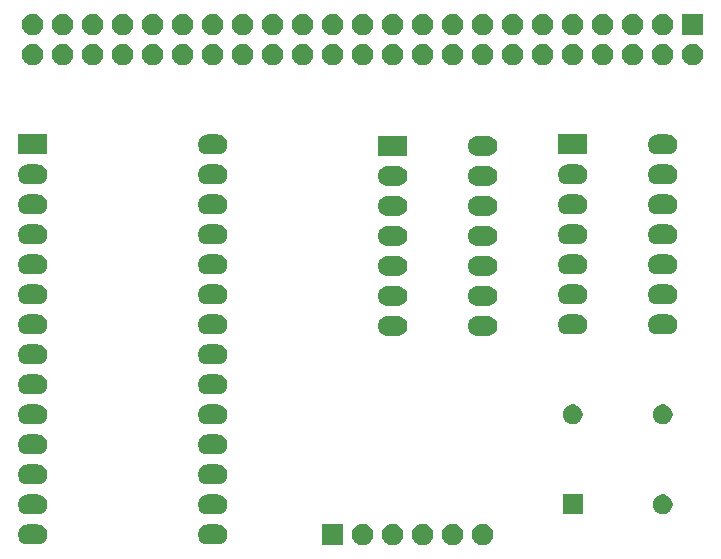
<source format=gbr>
G04 #@! TF.GenerationSoftware,KiCad,Pcbnew,5.1.5+dfsg1-2build2*
G04 #@! TF.CreationDate,2021-06-17T20:27:07-04:00*
G04 #@! TF.ProjectId,SerialBoard,53657269-616c-4426-9f61-72642e6b6963,rev?*
G04 #@! TF.SameCoordinates,Original*
G04 #@! TF.FileFunction,Soldermask,Bot*
G04 #@! TF.FilePolarity,Negative*
%FSLAX46Y46*%
G04 Gerber Fmt 4.6, Leading zero omitted, Abs format (unit mm)*
G04 Created by KiCad (PCBNEW 5.1.5+dfsg1-2build2) date 2021-06-17 20:27:07*
%MOMM*%
%LPD*%
G04 APERTURE LIST*
%ADD10C,0.100000*%
G04 APERTURE END LIST*
D10*
G36*
X106793512Y-100703927D02*
G01*
X106942812Y-100733624D01*
X107106784Y-100801544D01*
X107254354Y-100900147D01*
X107379853Y-101025646D01*
X107478456Y-101173216D01*
X107546376Y-101337188D01*
X107581000Y-101511259D01*
X107581000Y-101688741D01*
X107546376Y-101862812D01*
X107478456Y-102026784D01*
X107379853Y-102174354D01*
X107254354Y-102299853D01*
X107106784Y-102398456D01*
X106942812Y-102466376D01*
X106793512Y-102496073D01*
X106768742Y-102501000D01*
X106591258Y-102501000D01*
X106566488Y-102496073D01*
X106417188Y-102466376D01*
X106253216Y-102398456D01*
X106105646Y-102299853D01*
X105980147Y-102174354D01*
X105881544Y-102026784D01*
X105813624Y-101862812D01*
X105779000Y-101688741D01*
X105779000Y-101511259D01*
X105813624Y-101337188D01*
X105881544Y-101173216D01*
X105980147Y-101025646D01*
X106105646Y-100900147D01*
X106253216Y-100801544D01*
X106417188Y-100733624D01*
X106566488Y-100703927D01*
X106591258Y-100699000D01*
X106768742Y-100699000D01*
X106793512Y-100703927D01*
G37*
G36*
X101713512Y-100703927D02*
G01*
X101862812Y-100733624D01*
X102026784Y-100801544D01*
X102174354Y-100900147D01*
X102299853Y-101025646D01*
X102398456Y-101173216D01*
X102466376Y-101337188D01*
X102501000Y-101511259D01*
X102501000Y-101688741D01*
X102466376Y-101862812D01*
X102398456Y-102026784D01*
X102299853Y-102174354D01*
X102174354Y-102299853D01*
X102026784Y-102398456D01*
X101862812Y-102466376D01*
X101713512Y-102496073D01*
X101688742Y-102501000D01*
X101511258Y-102501000D01*
X101486488Y-102496073D01*
X101337188Y-102466376D01*
X101173216Y-102398456D01*
X101025646Y-102299853D01*
X100900147Y-102174354D01*
X100801544Y-102026784D01*
X100733624Y-101862812D01*
X100699000Y-101688741D01*
X100699000Y-101511259D01*
X100733624Y-101337188D01*
X100801544Y-101173216D01*
X100900147Y-101025646D01*
X101025646Y-100900147D01*
X101173216Y-100801544D01*
X101337188Y-100733624D01*
X101486488Y-100703927D01*
X101511258Y-100699000D01*
X101688742Y-100699000D01*
X101713512Y-100703927D01*
G37*
G36*
X99173512Y-100703927D02*
G01*
X99322812Y-100733624D01*
X99486784Y-100801544D01*
X99634354Y-100900147D01*
X99759853Y-101025646D01*
X99858456Y-101173216D01*
X99926376Y-101337188D01*
X99961000Y-101511259D01*
X99961000Y-101688741D01*
X99926376Y-101862812D01*
X99858456Y-102026784D01*
X99759853Y-102174354D01*
X99634354Y-102299853D01*
X99486784Y-102398456D01*
X99322812Y-102466376D01*
X99173512Y-102496073D01*
X99148742Y-102501000D01*
X98971258Y-102501000D01*
X98946488Y-102496073D01*
X98797188Y-102466376D01*
X98633216Y-102398456D01*
X98485646Y-102299853D01*
X98360147Y-102174354D01*
X98261544Y-102026784D01*
X98193624Y-101862812D01*
X98159000Y-101688741D01*
X98159000Y-101511259D01*
X98193624Y-101337188D01*
X98261544Y-101173216D01*
X98360147Y-101025646D01*
X98485646Y-100900147D01*
X98633216Y-100801544D01*
X98797188Y-100733624D01*
X98946488Y-100703927D01*
X98971258Y-100699000D01*
X99148742Y-100699000D01*
X99173512Y-100703927D01*
G37*
G36*
X96633512Y-100703927D02*
G01*
X96782812Y-100733624D01*
X96946784Y-100801544D01*
X97094354Y-100900147D01*
X97219853Y-101025646D01*
X97318456Y-101173216D01*
X97386376Y-101337188D01*
X97421000Y-101511259D01*
X97421000Y-101688741D01*
X97386376Y-101862812D01*
X97318456Y-102026784D01*
X97219853Y-102174354D01*
X97094354Y-102299853D01*
X96946784Y-102398456D01*
X96782812Y-102466376D01*
X96633512Y-102496073D01*
X96608742Y-102501000D01*
X96431258Y-102501000D01*
X96406488Y-102496073D01*
X96257188Y-102466376D01*
X96093216Y-102398456D01*
X95945646Y-102299853D01*
X95820147Y-102174354D01*
X95721544Y-102026784D01*
X95653624Y-101862812D01*
X95619000Y-101688741D01*
X95619000Y-101511259D01*
X95653624Y-101337188D01*
X95721544Y-101173216D01*
X95820147Y-101025646D01*
X95945646Y-100900147D01*
X96093216Y-100801544D01*
X96257188Y-100733624D01*
X96406488Y-100703927D01*
X96431258Y-100699000D01*
X96608742Y-100699000D01*
X96633512Y-100703927D01*
G37*
G36*
X94881000Y-102501000D02*
G01*
X93079000Y-102501000D01*
X93079000Y-100699000D01*
X94881000Y-100699000D01*
X94881000Y-102501000D01*
G37*
G36*
X104253512Y-100703927D02*
G01*
X104402812Y-100733624D01*
X104566784Y-100801544D01*
X104714354Y-100900147D01*
X104839853Y-101025646D01*
X104938456Y-101173216D01*
X105006376Y-101337188D01*
X105041000Y-101511259D01*
X105041000Y-101688741D01*
X105006376Y-101862812D01*
X104938456Y-102026784D01*
X104839853Y-102174354D01*
X104714354Y-102299853D01*
X104566784Y-102398456D01*
X104402812Y-102466376D01*
X104253512Y-102496073D01*
X104228742Y-102501000D01*
X104051258Y-102501000D01*
X104026488Y-102496073D01*
X103877188Y-102466376D01*
X103713216Y-102398456D01*
X103565646Y-102299853D01*
X103440147Y-102174354D01*
X103341544Y-102026784D01*
X103273624Y-101862812D01*
X103239000Y-101688741D01*
X103239000Y-101511259D01*
X103273624Y-101337188D01*
X103341544Y-101173216D01*
X103440147Y-101025646D01*
X103565646Y-100900147D01*
X103713216Y-100801544D01*
X103877188Y-100733624D01*
X104026488Y-100703927D01*
X104051258Y-100699000D01*
X104228742Y-100699000D01*
X104253512Y-100703927D01*
G37*
G36*
X69146823Y-100761313D02*
G01*
X69307242Y-100809976D01*
X69439906Y-100880886D01*
X69455078Y-100888996D01*
X69584659Y-100995341D01*
X69691004Y-101124922D01*
X69691005Y-101124924D01*
X69770024Y-101272758D01*
X69818687Y-101433177D01*
X69835117Y-101600000D01*
X69818687Y-101766823D01*
X69770024Y-101927242D01*
X69699114Y-102059906D01*
X69691004Y-102075078D01*
X69584659Y-102204659D01*
X69455078Y-102311004D01*
X69455076Y-102311005D01*
X69307242Y-102390024D01*
X69146823Y-102438687D01*
X69021804Y-102451000D01*
X68138196Y-102451000D01*
X68013177Y-102438687D01*
X67852758Y-102390024D01*
X67704924Y-102311005D01*
X67704922Y-102311004D01*
X67575341Y-102204659D01*
X67468996Y-102075078D01*
X67460886Y-102059906D01*
X67389976Y-101927242D01*
X67341313Y-101766823D01*
X67324883Y-101600000D01*
X67341313Y-101433177D01*
X67389976Y-101272758D01*
X67468995Y-101124924D01*
X67468996Y-101124922D01*
X67575341Y-100995341D01*
X67704922Y-100888996D01*
X67720094Y-100880886D01*
X67852758Y-100809976D01*
X68013177Y-100761313D01*
X68138196Y-100749000D01*
X69021804Y-100749000D01*
X69146823Y-100761313D01*
G37*
G36*
X84386823Y-100761313D02*
G01*
X84547242Y-100809976D01*
X84679906Y-100880886D01*
X84695078Y-100888996D01*
X84824659Y-100995341D01*
X84931004Y-101124922D01*
X84931005Y-101124924D01*
X85010024Y-101272758D01*
X85058687Y-101433177D01*
X85075117Y-101600000D01*
X85058687Y-101766823D01*
X85010024Y-101927242D01*
X84939114Y-102059906D01*
X84931004Y-102075078D01*
X84824659Y-102204659D01*
X84695078Y-102311004D01*
X84695076Y-102311005D01*
X84547242Y-102390024D01*
X84386823Y-102438687D01*
X84261804Y-102451000D01*
X83378196Y-102451000D01*
X83253177Y-102438687D01*
X83092758Y-102390024D01*
X82944924Y-102311005D01*
X82944922Y-102311004D01*
X82815341Y-102204659D01*
X82708996Y-102075078D01*
X82700886Y-102059906D01*
X82629976Y-101927242D01*
X82581313Y-101766823D01*
X82564883Y-101600000D01*
X82581313Y-101433177D01*
X82629976Y-101272758D01*
X82708995Y-101124924D01*
X82708996Y-101124922D01*
X82815341Y-100995341D01*
X82944922Y-100888996D01*
X82960094Y-100880886D01*
X83092758Y-100809976D01*
X83253177Y-100761313D01*
X83378196Y-100749000D01*
X84261804Y-100749000D01*
X84386823Y-100761313D01*
G37*
G36*
X122168228Y-98241703D02*
G01*
X122323100Y-98305853D01*
X122462481Y-98398985D01*
X122581015Y-98517519D01*
X122674147Y-98656900D01*
X122738297Y-98811772D01*
X122771000Y-98976184D01*
X122771000Y-99143816D01*
X122738297Y-99308228D01*
X122674147Y-99463100D01*
X122581015Y-99602481D01*
X122462481Y-99721015D01*
X122323100Y-99814147D01*
X122168228Y-99878297D01*
X122003816Y-99911000D01*
X121836184Y-99911000D01*
X121671772Y-99878297D01*
X121516900Y-99814147D01*
X121377519Y-99721015D01*
X121258985Y-99602481D01*
X121165853Y-99463100D01*
X121101703Y-99308228D01*
X121069000Y-99143816D01*
X121069000Y-98976184D01*
X121101703Y-98811772D01*
X121165853Y-98656900D01*
X121258985Y-98517519D01*
X121377519Y-98398985D01*
X121516900Y-98305853D01*
X121671772Y-98241703D01*
X121836184Y-98209000D01*
X122003816Y-98209000D01*
X122168228Y-98241703D01*
G37*
G36*
X115151000Y-99911000D02*
G01*
X113449000Y-99911000D01*
X113449000Y-98209000D01*
X115151000Y-98209000D01*
X115151000Y-99911000D01*
G37*
G36*
X69146823Y-98221313D02*
G01*
X69307242Y-98269976D01*
X69374361Y-98305852D01*
X69455078Y-98348996D01*
X69584659Y-98455341D01*
X69691004Y-98584922D01*
X69691005Y-98584924D01*
X69770024Y-98732758D01*
X69818687Y-98893177D01*
X69835117Y-99060000D01*
X69818687Y-99226823D01*
X69770024Y-99387242D01*
X69729477Y-99463100D01*
X69691004Y-99535078D01*
X69584659Y-99664659D01*
X69455078Y-99771004D01*
X69455076Y-99771005D01*
X69307242Y-99850024D01*
X69146823Y-99898687D01*
X69021804Y-99911000D01*
X68138196Y-99911000D01*
X68013177Y-99898687D01*
X67852758Y-99850024D01*
X67704924Y-99771005D01*
X67704922Y-99771004D01*
X67575341Y-99664659D01*
X67468996Y-99535078D01*
X67430523Y-99463100D01*
X67389976Y-99387242D01*
X67341313Y-99226823D01*
X67324883Y-99060000D01*
X67341313Y-98893177D01*
X67389976Y-98732758D01*
X67468995Y-98584924D01*
X67468996Y-98584922D01*
X67575341Y-98455341D01*
X67704922Y-98348996D01*
X67785639Y-98305852D01*
X67852758Y-98269976D01*
X68013177Y-98221313D01*
X68138196Y-98209000D01*
X69021804Y-98209000D01*
X69146823Y-98221313D01*
G37*
G36*
X84386823Y-98221313D02*
G01*
X84547242Y-98269976D01*
X84614361Y-98305852D01*
X84695078Y-98348996D01*
X84824659Y-98455341D01*
X84931004Y-98584922D01*
X84931005Y-98584924D01*
X85010024Y-98732758D01*
X85058687Y-98893177D01*
X85075117Y-99060000D01*
X85058687Y-99226823D01*
X85010024Y-99387242D01*
X84969477Y-99463100D01*
X84931004Y-99535078D01*
X84824659Y-99664659D01*
X84695078Y-99771004D01*
X84695076Y-99771005D01*
X84547242Y-99850024D01*
X84386823Y-99898687D01*
X84261804Y-99911000D01*
X83378196Y-99911000D01*
X83253177Y-99898687D01*
X83092758Y-99850024D01*
X82944924Y-99771005D01*
X82944922Y-99771004D01*
X82815341Y-99664659D01*
X82708996Y-99535078D01*
X82670523Y-99463100D01*
X82629976Y-99387242D01*
X82581313Y-99226823D01*
X82564883Y-99060000D01*
X82581313Y-98893177D01*
X82629976Y-98732758D01*
X82708995Y-98584924D01*
X82708996Y-98584922D01*
X82815341Y-98455341D01*
X82944922Y-98348996D01*
X83025639Y-98305852D01*
X83092758Y-98269976D01*
X83253177Y-98221313D01*
X83378196Y-98209000D01*
X84261804Y-98209000D01*
X84386823Y-98221313D01*
G37*
G36*
X69146823Y-95681313D02*
G01*
X69307242Y-95729976D01*
X69439906Y-95800886D01*
X69455078Y-95808996D01*
X69584659Y-95915341D01*
X69691004Y-96044922D01*
X69691005Y-96044924D01*
X69770024Y-96192758D01*
X69818687Y-96353177D01*
X69835117Y-96520000D01*
X69818687Y-96686823D01*
X69770024Y-96847242D01*
X69699114Y-96979906D01*
X69691004Y-96995078D01*
X69584659Y-97124659D01*
X69455078Y-97231004D01*
X69455076Y-97231005D01*
X69307242Y-97310024D01*
X69146823Y-97358687D01*
X69021804Y-97371000D01*
X68138196Y-97371000D01*
X68013177Y-97358687D01*
X67852758Y-97310024D01*
X67704924Y-97231005D01*
X67704922Y-97231004D01*
X67575341Y-97124659D01*
X67468996Y-96995078D01*
X67460886Y-96979906D01*
X67389976Y-96847242D01*
X67341313Y-96686823D01*
X67324883Y-96520000D01*
X67341313Y-96353177D01*
X67389976Y-96192758D01*
X67468995Y-96044924D01*
X67468996Y-96044922D01*
X67575341Y-95915341D01*
X67704922Y-95808996D01*
X67720094Y-95800886D01*
X67852758Y-95729976D01*
X68013177Y-95681313D01*
X68138196Y-95669000D01*
X69021804Y-95669000D01*
X69146823Y-95681313D01*
G37*
G36*
X84386823Y-95681313D02*
G01*
X84547242Y-95729976D01*
X84679906Y-95800886D01*
X84695078Y-95808996D01*
X84824659Y-95915341D01*
X84931004Y-96044922D01*
X84931005Y-96044924D01*
X85010024Y-96192758D01*
X85058687Y-96353177D01*
X85075117Y-96520000D01*
X85058687Y-96686823D01*
X85010024Y-96847242D01*
X84939114Y-96979906D01*
X84931004Y-96995078D01*
X84824659Y-97124659D01*
X84695078Y-97231004D01*
X84695076Y-97231005D01*
X84547242Y-97310024D01*
X84386823Y-97358687D01*
X84261804Y-97371000D01*
X83378196Y-97371000D01*
X83253177Y-97358687D01*
X83092758Y-97310024D01*
X82944924Y-97231005D01*
X82944922Y-97231004D01*
X82815341Y-97124659D01*
X82708996Y-96995078D01*
X82700886Y-96979906D01*
X82629976Y-96847242D01*
X82581313Y-96686823D01*
X82564883Y-96520000D01*
X82581313Y-96353177D01*
X82629976Y-96192758D01*
X82708995Y-96044924D01*
X82708996Y-96044922D01*
X82815341Y-95915341D01*
X82944922Y-95808996D01*
X82960094Y-95800886D01*
X83092758Y-95729976D01*
X83253177Y-95681313D01*
X83378196Y-95669000D01*
X84261804Y-95669000D01*
X84386823Y-95681313D01*
G37*
G36*
X69146823Y-93141313D02*
G01*
X69307242Y-93189976D01*
X69439906Y-93260886D01*
X69455078Y-93268996D01*
X69584659Y-93375341D01*
X69691004Y-93504922D01*
X69691005Y-93504924D01*
X69770024Y-93652758D01*
X69818687Y-93813177D01*
X69835117Y-93980000D01*
X69818687Y-94146823D01*
X69770024Y-94307242D01*
X69699114Y-94439906D01*
X69691004Y-94455078D01*
X69584659Y-94584659D01*
X69455078Y-94691004D01*
X69455076Y-94691005D01*
X69307242Y-94770024D01*
X69146823Y-94818687D01*
X69021804Y-94831000D01*
X68138196Y-94831000D01*
X68013177Y-94818687D01*
X67852758Y-94770024D01*
X67704924Y-94691005D01*
X67704922Y-94691004D01*
X67575341Y-94584659D01*
X67468996Y-94455078D01*
X67460886Y-94439906D01*
X67389976Y-94307242D01*
X67341313Y-94146823D01*
X67324883Y-93980000D01*
X67341313Y-93813177D01*
X67389976Y-93652758D01*
X67468995Y-93504924D01*
X67468996Y-93504922D01*
X67575341Y-93375341D01*
X67704922Y-93268996D01*
X67720094Y-93260886D01*
X67852758Y-93189976D01*
X68013177Y-93141313D01*
X68138196Y-93129000D01*
X69021804Y-93129000D01*
X69146823Y-93141313D01*
G37*
G36*
X84386823Y-93141313D02*
G01*
X84547242Y-93189976D01*
X84679906Y-93260886D01*
X84695078Y-93268996D01*
X84824659Y-93375341D01*
X84931004Y-93504922D01*
X84931005Y-93504924D01*
X85010024Y-93652758D01*
X85058687Y-93813177D01*
X85075117Y-93980000D01*
X85058687Y-94146823D01*
X85010024Y-94307242D01*
X84939114Y-94439906D01*
X84931004Y-94455078D01*
X84824659Y-94584659D01*
X84695078Y-94691004D01*
X84695076Y-94691005D01*
X84547242Y-94770024D01*
X84386823Y-94818687D01*
X84261804Y-94831000D01*
X83378196Y-94831000D01*
X83253177Y-94818687D01*
X83092758Y-94770024D01*
X82944924Y-94691005D01*
X82944922Y-94691004D01*
X82815341Y-94584659D01*
X82708996Y-94455078D01*
X82700886Y-94439906D01*
X82629976Y-94307242D01*
X82581313Y-94146823D01*
X82564883Y-93980000D01*
X82581313Y-93813177D01*
X82629976Y-93652758D01*
X82708995Y-93504924D01*
X82708996Y-93504922D01*
X82815341Y-93375341D01*
X82944922Y-93268996D01*
X82960094Y-93260886D01*
X83092758Y-93189976D01*
X83253177Y-93141313D01*
X83378196Y-93129000D01*
X84261804Y-93129000D01*
X84386823Y-93141313D01*
G37*
G36*
X69146823Y-90601313D02*
G01*
X69307242Y-90649976D01*
X69374361Y-90685852D01*
X69455078Y-90728996D01*
X69584659Y-90835341D01*
X69691004Y-90964922D01*
X69691005Y-90964924D01*
X69770024Y-91112758D01*
X69818687Y-91273177D01*
X69835117Y-91440000D01*
X69818687Y-91606823D01*
X69770024Y-91767242D01*
X69729477Y-91843100D01*
X69691004Y-91915078D01*
X69584659Y-92044659D01*
X69455078Y-92151004D01*
X69455076Y-92151005D01*
X69307242Y-92230024D01*
X69146823Y-92278687D01*
X69021804Y-92291000D01*
X68138196Y-92291000D01*
X68013177Y-92278687D01*
X67852758Y-92230024D01*
X67704924Y-92151005D01*
X67704922Y-92151004D01*
X67575341Y-92044659D01*
X67468996Y-91915078D01*
X67430523Y-91843100D01*
X67389976Y-91767242D01*
X67341313Y-91606823D01*
X67324883Y-91440000D01*
X67341313Y-91273177D01*
X67389976Y-91112758D01*
X67468995Y-90964924D01*
X67468996Y-90964922D01*
X67575341Y-90835341D01*
X67704922Y-90728996D01*
X67785639Y-90685852D01*
X67852758Y-90649976D01*
X68013177Y-90601313D01*
X68138196Y-90589000D01*
X69021804Y-90589000D01*
X69146823Y-90601313D01*
G37*
G36*
X84386823Y-90601313D02*
G01*
X84547242Y-90649976D01*
X84614361Y-90685852D01*
X84695078Y-90728996D01*
X84824659Y-90835341D01*
X84931004Y-90964922D01*
X84931005Y-90964924D01*
X85010024Y-91112758D01*
X85058687Y-91273177D01*
X85075117Y-91440000D01*
X85058687Y-91606823D01*
X85010024Y-91767242D01*
X84969477Y-91843100D01*
X84931004Y-91915078D01*
X84824659Y-92044659D01*
X84695078Y-92151004D01*
X84695076Y-92151005D01*
X84547242Y-92230024D01*
X84386823Y-92278687D01*
X84261804Y-92291000D01*
X83378196Y-92291000D01*
X83253177Y-92278687D01*
X83092758Y-92230024D01*
X82944924Y-92151005D01*
X82944922Y-92151004D01*
X82815341Y-92044659D01*
X82708996Y-91915078D01*
X82670523Y-91843100D01*
X82629976Y-91767242D01*
X82581313Y-91606823D01*
X82564883Y-91440000D01*
X82581313Y-91273177D01*
X82629976Y-91112758D01*
X82708995Y-90964924D01*
X82708996Y-90964922D01*
X82815341Y-90835341D01*
X82944922Y-90728996D01*
X83025639Y-90685852D01*
X83092758Y-90649976D01*
X83253177Y-90601313D01*
X83378196Y-90589000D01*
X84261804Y-90589000D01*
X84386823Y-90601313D01*
G37*
G36*
X114548228Y-90621703D02*
G01*
X114703100Y-90685853D01*
X114842481Y-90778985D01*
X114961015Y-90897519D01*
X115054147Y-91036900D01*
X115118297Y-91191772D01*
X115151000Y-91356184D01*
X115151000Y-91523816D01*
X115118297Y-91688228D01*
X115054147Y-91843100D01*
X114961015Y-91982481D01*
X114842481Y-92101015D01*
X114703100Y-92194147D01*
X114548228Y-92258297D01*
X114383816Y-92291000D01*
X114216184Y-92291000D01*
X114051772Y-92258297D01*
X113896900Y-92194147D01*
X113757519Y-92101015D01*
X113638985Y-91982481D01*
X113545853Y-91843100D01*
X113481703Y-91688228D01*
X113449000Y-91523816D01*
X113449000Y-91356184D01*
X113481703Y-91191772D01*
X113545853Y-91036900D01*
X113638985Y-90897519D01*
X113757519Y-90778985D01*
X113896900Y-90685853D01*
X114051772Y-90621703D01*
X114216184Y-90589000D01*
X114383816Y-90589000D01*
X114548228Y-90621703D01*
G37*
G36*
X122168228Y-90621703D02*
G01*
X122323100Y-90685853D01*
X122462481Y-90778985D01*
X122581015Y-90897519D01*
X122674147Y-91036900D01*
X122738297Y-91191772D01*
X122771000Y-91356184D01*
X122771000Y-91523816D01*
X122738297Y-91688228D01*
X122674147Y-91843100D01*
X122581015Y-91982481D01*
X122462481Y-92101015D01*
X122323100Y-92194147D01*
X122168228Y-92258297D01*
X122003816Y-92291000D01*
X121836184Y-92291000D01*
X121671772Y-92258297D01*
X121516900Y-92194147D01*
X121377519Y-92101015D01*
X121258985Y-91982481D01*
X121165853Y-91843100D01*
X121101703Y-91688228D01*
X121069000Y-91523816D01*
X121069000Y-91356184D01*
X121101703Y-91191772D01*
X121165853Y-91036900D01*
X121258985Y-90897519D01*
X121377519Y-90778985D01*
X121516900Y-90685853D01*
X121671772Y-90621703D01*
X121836184Y-90589000D01*
X122003816Y-90589000D01*
X122168228Y-90621703D01*
G37*
G36*
X84386823Y-88061313D02*
G01*
X84547242Y-88109976D01*
X84679906Y-88180886D01*
X84695078Y-88188996D01*
X84824659Y-88295341D01*
X84931004Y-88424922D01*
X84931005Y-88424924D01*
X85010024Y-88572758D01*
X85058687Y-88733177D01*
X85075117Y-88900000D01*
X85058687Y-89066823D01*
X85010024Y-89227242D01*
X84939114Y-89359906D01*
X84931004Y-89375078D01*
X84824659Y-89504659D01*
X84695078Y-89611004D01*
X84695076Y-89611005D01*
X84547242Y-89690024D01*
X84386823Y-89738687D01*
X84261804Y-89751000D01*
X83378196Y-89751000D01*
X83253177Y-89738687D01*
X83092758Y-89690024D01*
X82944924Y-89611005D01*
X82944922Y-89611004D01*
X82815341Y-89504659D01*
X82708996Y-89375078D01*
X82700886Y-89359906D01*
X82629976Y-89227242D01*
X82581313Y-89066823D01*
X82564883Y-88900000D01*
X82581313Y-88733177D01*
X82629976Y-88572758D01*
X82708995Y-88424924D01*
X82708996Y-88424922D01*
X82815341Y-88295341D01*
X82944922Y-88188996D01*
X82960094Y-88180886D01*
X83092758Y-88109976D01*
X83253177Y-88061313D01*
X83378196Y-88049000D01*
X84261804Y-88049000D01*
X84386823Y-88061313D01*
G37*
G36*
X69146823Y-88061313D02*
G01*
X69307242Y-88109976D01*
X69439906Y-88180886D01*
X69455078Y-88188996D01*
X69584659Y-88295341D01*
X69691004Y-88424922D01*
X69691005Y-88424924D01*
X69770024Y-88572758D01*
X69818687Y-88733177D01*
X69835117Y-88900000D01*
X69818687Y-89066823D01*
X69770024Y-89227242D01*
X69699114Y-89359906D01*
X69691004Y-89375078D01*
X69584659Y-89504659D01*
X69455078Y-89611004D01*
X69455076Y-89611005D01*
X69307242Y-89690024D01*
X69146823Y-89738687D01*
X69021804Y-89751000D01*
X68138196Y-89751000D01*
X68013177Y-89738687D01*
X67852758Y-89690024D01*
X67704924Y-89611005D01*
X67704922Y-89611004D01*
X67575341Y-89504659D01*
X67468996Y-89375078D01*
X67460886Y-89359906D01*
X67389976Y-89227242D01*
X67341313Y-89066823D01*
X67324883Y-88900000D01*
X67341313Y-88733177D01*
X67389976Y-88572758D01*
X67468995Y-88424924D01*
X67468996Y-88424922D01*
X67575341Y-88295341D01*
X67704922Y-88188996D01*
X67720094Y-88180886D01*
X67852758Y-88109976D01*
X68013177Y-88061313D01*
X68138196Y-88049000D01*
X69021804Y-88049000D01*
X69146823Y-88061313D01*
G37*
G36*
X84386823Y-85521313D02*
G01*
X84547242Y-85569976D01*
X84679906Y-85640886D01*
X84695078Y-85648996D01*
X84824659Y-85755341D01*
X84931004Y-85884922D01*
X84931005Y-85884924D01*
X85010024Y-86032758D01*
X85058687Y-86193177D01*
X85075117Y-86360000D01*
X85058687Y-86526823D01*
X85010024Y-86687242D01*
X84939114Y-86819906D01*
X84931004Y-86835078D01*
X84824659Y-86964659D01*
X84695078Y-87071004D01*
X84695076Y-87071005D01*
X84547242Y-87150024D01*
X84386823Y-87198687D01*
X84261804Y-87211000D01*
X83378196Y-87211000D01*
X83253177Y-87198687D01*
X83092758Y-87150024D01*
X82944924Y-87071005D01*
X82944922Y-87071004D01*
X82815341Y-86964659D01*
X82708996Y-86835078D01*
X82700886Y-86819906D01*
X82629976Y-86687242D01*
X82581313Y-86526823D01*
X82564883Y-86360000D01*
X82581313Y-86193177D01*
X82629976Y-86032758D01*
X82708995Y-85884924D01*
X82708996Y-85884922D01*
X82815341Y-85755341D01*
X82944922Y-85648996D01*
X82960094Y-85640886D01*
X83092758Y-85569976D01*
X83253177Y-85521313D01*
X83378196Y-85509000D01*
X84261804Y-85509000D01*
X84386823Y-85521313D01*
G37*
G36*
X69146823Y-85521313D02*
G01*
X69307242Y-85569976D01*
X69439906Y-85640886D01*
X69455078Y-85648996D01*
X69584659Y-85755341D01*
X69691004Y-85884922D01*
X69691005Y-85884924D01*
X69770024Y-86032758D01*
X69818687Y-86193177D01*
X69835117Y-86360000D01*
X69818687Y-86526823D01*
X69770024Y-86687242D01*
X69699114Y-86819906D01*
X69691004Y-86835078D01*
X69584659Y-86964659D01*
X69455078Y-87071004D01*
X69455076Y-87071005D01*
X69307242Y-87150024D01*
X69146823Y-87198687D01*
X69021804Y-87211000D01*
X68138196Y-87211000D01*
X68013177Y-87198687D01*
X67852758Y-87150024D01*
X67704924Y-87071005D01*
X67704922Y-87071004D01*
X67575341Y-86964659D01*
X67468996Y-86835078D01*
X67460886Y-86819906D01*
X67389976Y-86687242D01*
X67341313Y-86526823D01*
X67324883Y-86360000D01*
X67341313Y-86193177D01*
X67389976Y-86032758D01*
X67468995Y-85884924D01*
X67468996Y-85884922D01*
X67575341Y-85755341D01*
X67704922Y-85648996D01*
X67720094Y-85640886D01*
X67852758Y-85569976D01*
X68013177Y-85521313D01*
X68138196Y-85509000D01*
X69021804Y-85509000D01*
X69146823Y-85521313D01*
G37*
G36*
X107246823Y-83108313D02*
G01*
X107407242Y-83156976D01*
X107516435Y-83215341D01*
X107555078Y-83235996D01*
X107684659Y-83342341D01*
X107791004Y-83471922D01*
X107791005Y-83471924D01*
X107870024Y-83619758D01*
X107918687Y-83780177D01*
X107935117Y-83947000D01*
X107918687Y-84113823D01*
X107870024Y-84274242D01*
X107799114Y-84406906D01*
X107791004Y-84422078D01*
X107684659Y-84551659D01*
X107555078Y-84658004D01*
X107555076Y-84658005D01*
X107407242Y-84737024D01*
X107246823Y-84785687D01*
X107121804Y-84798000D01*
X106238196Y-84798000D01*
X106113177Y-84785687D01*
X105952758Y-84737024D01*
X105804924Y-84658005D01*
X105804922Y-84658004D01*
X105675341Y-84551659D01*
X105568996Y-84422078D01*
X105560886Y-84406906D01*
X105489976Y-84274242D01*
X105441313Y-84113823D01*
X105424883Y-83947000D01*
X105441313Y-83780177D01*
X105489976Y-83619758D01*
X105568995Y-83471924D01*
X105568996Y-83471922D01*
X105675341Y-83342341D01*
X105804922Y-83235996D01*
X105843565Y-83215341D01*
X105952758Y-83156976D01*
X106113177Y-83108313D01*
X106238196Y-83096000D01*
X107121804Y-83096000D01*
X107246823Y-83108313D01*
G37*
G36*
X99626823Y-83108313D02*
G01*
X99787242Y-83156976D01*
X99896435Y-83215341D01*
X99935078Y-83235996D01*
X100064659Y-83342341D01*
X100171004Y-83471922D01*
X100171005Y-83471924D01*
X100250024Y-83619758D01*
X100298687Y-83780177D01*
X100315117Y-83947000D01*
X100298687Y-84113823D01*
X100250024Y-84274242D01*
X100179114Y-84406906D01*
X100171004Y-84422078D01*
X100064659Y-84551659D01*
X99935078Y-84658004D01*
X99935076Y-84658005D01*
X99787242Y-84737024D01*
X99626823Y-84785687D01*
X99501804Y-84798000D01*
X98618196Y-84798000D01*
X98493177Y-84785687D01*
X98332758Y-84737024D01*
X98184924Y-84658005D01*
X98184922Y-84658004D01*
X98055341Y-84551659D01*
X97948996Y-84422078D01*
X97940886Y-84406906D01*
X97869976Y-84274242D01*
X97821313Y-84113823D01*
X97804883Y-83947000D01*
X97821313Y-83780177D01*
X97869976Y-83619758D01*
X97948995Y-83471924D01*
X97948996Y-83471922D01*
X98055341Y-83342341D01*
X98184922Y-83235996D01*
X98223565Y-83215341D01*
X98332758Y-83156976D01*
X98493177Y-83108313D01*
X98618196Y-83096000D01*
X99501804Y-83096000D01*
X99626823Y-83108313D01*
G37*
G36*
X114866823Y-82981313D02*
G01*
X115027242Y-83029976D01*
X115150764Y-83096000D01*
X115175078Y-83108996D01*
X115304659Y-83215341D01*
X115411004Y-83344922D01*
X115411005Y-83344924D01*
X115490024Y-83492758D01*
X115538687Y-83653177D01*
X115555117Y-83820000D01*
X115538687Y-83986823D01*
X115490024Y-84147242D01*
X115422143Y-84274239D01*
X115411004Y-84295078D01*
X115304659Y-84424659D01*
X115175078Y-84531004D01*
X115175076Y-84531005D01*
X115027242Y-84610024D01*
X114866823Y-84658687D01*
X114741804Y-84671000D01*
X113858196Y-84671000D01*
X113733177Y-84658687D01*
X113572758Y-84610024D01*
X113424924Y-84531005D01*
X113424922Y-84531004D01*
X113295341Y-84424659D01*
X113188996Y-84295078D01*
X113177857Y-84274239D01*
X113109976Y-84147242D01*
X113061313Y-83986823D01*
X113044883Y-83820000D01*
X113061313Y-83653177D01*
X113109976Y-83492758D01*
X113188995Y-83344924D01*
X113188996Y-83344922D01*
X113295341Y-83215341D01*
X113424922Y-83108996D01*
X113449236Y-83096000D01*
X113572758Y-83029976D01*
X113733177Y-82981313D01*
X113858196Y-82969000D01*
X114741804Y-82969000D01*
X114866823Y-82981313D01*
G37*
G36*
X122486823Y-82981313D02*
G01*
X122647242Y-83029976D01*
X122770764Y-83096000D01*
X122795078Y-83108996D01*
X122924659Y-83215341D01*
X123031004Y-83344922D01*
X123031005Y-83344924D01*
X123110024Y-83492758D01*
X123158687Y-83653177D01*
X123175117Y-83820000D01*
X123158687Y-83986823D01*
X123110024Y-84147242D01*
X123042143Y-84274239D01*
X123031004Y-84295078D01*
X122924659Y-84424659D01*
X122795078Y-84531004D01*
X122795076Y-84531005D01*
X122647242Y-84610024D01*
X122486823Y-84658687D01*
X122361804Y-84671000D01*
X121478196Y-84671000D01*
X121353177Y-84658687D01*
X121192758Y-84610024D01*
X121044924Y-84531005D01*
X121044922Y-84531004D01*
X120915341Y-84424659D01*
X120808996Y-84295078D01*
X120797857Y-84274239D01*
X120729976Y-84147242D01*
X120681313Y-83986823D01*
X120664883Y-83820000D01*
X120681313Y-83653177D01*
X120729976Y-83492758D01*
X120808995Y-83344924D01*
X120808996Y-83344922D01*
X120915341Y-83215341D01*
X121044922Y-83108996D01*
X121069236Y-83096000D01*
X121192758Y-83029976D01*
X121353177Y-82981313D01*
X121478196Y-82969000D01*
X122361804Y-82969000D01*
X122486823Y-82981313D01*
G37*
G36*
X84386823Y-82981313D02*
G01*
X84547242Y-83029976D01*
X84670764Y-83096000D01*
X84695078Y-83108996D01*
X84824659Y-83215341D01*
X84931004Y-83344922D01*
X84931005Y-83344924D01*
X85010024Y-83492758D01*
X85058687Y-83653177D01*
X85075117Y-83820000D01*
X85058687Y-83986823D01*
X85010024Y-84147242D01*
X84942143Y-84274239D01*
X84931004Y-84295078D01*
X84824659Y-84424659D01*
X84695078Y-84531004D01*
X84695076Y-84531005D01*
X84547242Y-84610024D01*
X84386823Y-84658687D01*
X84261804Y-84671000D01*
X83378196Y-84671000D01*
X83253177Y-84658687D01*
X83092758Y-84610024D01*
X82944924Y-84531005D01*
X82944922Y-84531004D01*
X82815341Y-84424659D01*
X82708996Y-84295078D01*
X82697857Y-84274239D01*
X82629976Y-84147242D01*
X82581313Y-83986823D01*
X82564883Y-83820000D01*
X82581313Y-83653177D01*
X82629976Y-83492758D01*
X82708995Y-83344924D01*
X82708996Y-83344922D01*
X82815341Y-83215341D01*
X82944922Y-83108996D01*
X82969236Y-83096000D01*
X83092758Y-83029976D01*
X83253177Y-82981313D01*
X83378196Y-82969000D01*
X84261804Y-82969000D01*
X84386823Y-82981313D01*
G37*
G36*
X69146823Y-82981313D02*
G01*
X69307242Y-83029976D01*
X69430764Y-83096000D01*
X69455078Y-83108996D01*
X69584659Y-83215341D01*
X69691004Y-83344922D01*
X69691005Y-83344924D01*
X69770024Y-83492758D01*
X69818687Y-83653177D01*
X69835117Y-83820000D01*
X69818687Y-83986823D01*
X69770024Y-84147242D01*
X69702143Y-84274239D01*
X69691004Y-84295078D01*
X69584659Y-84424659D01*
X69455078Y-84531004D01*
X69455076Y-84531005D01*
X69307242Y-84610024D01*
X69146823Y-84658687D01*
X69021804Y-84671000D01*
X68138196Y-84671000D01*
X68013177Y-84658687D01*
X67852758Y-84610024D01*
X67704924Y-84531005D01*
X67704922Y-84531004D01*
X67575341Y-84424659D01*
X67468996Y-84295078D01*
X67457857Y-84274239D01*
X67389976Y-84147242D01*
X67341313Y-83986823D01*
X67324883Y-83820000D01*
X67341313Y-83653177D01*
X67389976Y-83492758D01*
X67468995Y-83344924D01*
X67468996Y-83344922D01*
X67575341Y-83215341D01*
X67704922Y-83108996D01*
X67729236Y-83096000D01*
X67852758Y-83029976D01*
X68013177Y-82981313D01*
X68138196Y-82969000D01*
X69021804Y-82969000D01*
X69146823Y-82981313D01*
G37*
G36*
X107246823Y-80568313D02*
G01*
X107407242Y-80616976D01*
X107516435Y-80675341D01*
X107555078Y-80695996D01*
X107684659Y-80802341D01*
X107791004Y-80931922D01*
X107791005Y-80931924D01*
X107870024Y-81079758D01*
X107918687Y-81240177D01*
X107935117Y-81407000D01*
X107918687Y-81573823D01*
X107870024Y-81734242D01*
X107799114Y-81866906D01*
X107791004Y-81882078D01*
X107684659Y-82011659D01*
X107555078Y-82118004D01*
X107555076Y-82118005D01*
X107407242Y-82197024D01*
X107246823Y-82245687D01*
X107121804Y-82258000D01*
X106238196Y-82258000D01*
X106113177Y-82245687D01*
X105952758Y-82197024D01*
X105804924Y-82118005D01*
X105804922Y-82118004D01*
X105675341Y-82011659D01*
X105568996Y-81882078D01*
X105560886Y-81866906D01*
X105489976Y-81734242D01*
X105441313Y-81573823D01*
X105424883Y-81407000D01*
X105441313Y-81240177D01*
X105489976Y-81079758D01*
X105568995Y-80931924D01*
X105568996Y-80931922D01*
X105675341Y-80802341D01*
X105804922Y-80695996D01*
X105843565Y-80675341D01*
X105952758Y-80616976D01*
X106113177Y-80568313D01*
X106238196Y-80556000D01*
X107121804Y-80556000D01*
X107246823Y-80568313D01*
G37*
G36*
X99626823Y-80568313D02*
G01*
X99787242Y-80616976D01*
X99896435Y-80675341D01*
X99935078Y-80695996D01*
X100064659Y-80802341D01*
X100171004Y-80931922D01*
X100171005Y-80931924D01*
X100250024Y-81079758D01*
X100298687Y-81240177D01*
X100315117Y-81407000D01*
X100298687Y-81573823D01*
X100250024Y-81734242D01*
X100179114Y-81866906D01*
X100171004Y-81882078D01*
X100064659Y-82011659D01*
X99935078Y-82118004D01*
X99935076Y-82118005D01*
X99787242Y-82197024D01*
X99626823Y-82245687D01*
X99501804Y-82258000D01*
X98618196Y-82258000D01*
X98493177Y-82245687D01*
X98332758Y-82197024D01*
X98184924Y-82118005D01*
X98184922Y-82118004D01*
X98055341Y-82011659D01*
X97948996Y-81882078D01*
X97940886Y-81866906D01*
X97869976Y-81734242D01*
X97821313Y-81573823D01*
X97804883Y-81407000D01*
X97821313Y-81240177D01*
X97869976Y-81079758D01*
X97948995Y-80931924D01*
X97948996Y-80931922D01*
X98055341Y-80802341D01*
X98184922Y-80695996D01*
X98223565Y-80675341D01*
X98332758Y-80616976D01*
X98493177Y-80568313D01*
X98618196Y-80556000D01*
X99501804Y-80556000D01*
X99626823Y-80568313D01*
G37*
G36*
X69146823Y-80441313D02*
G01*
X69307242Y-80489976D01*
X69430764Y-80556000D01*
X69455078Y-80568996D01*
X69584659Y-80675341D01*
X69691004Y-80804922D01*
X69691005Y-80804924D01*
X69770024Y-80952758D01*
X69818687Y-81113177D01*
X69835117Y-81280000D01*
X69818687Y-81446823D01*
X69770024Y-81607242D01*
X69702143Y-81734239D01*
X69691004Y-81755078D01*
X69584659Y-81884659D01*
X69455078Y-81991004D01*
X69455076Y-81991005D01*
X69307242Y-82070024D01*
X69146823Y-82118687D01*
X69021804Y-82131000D01*
X68138196Y-82131000D01*
X68013177Y-82118687D01*
X67852758Y-82070024D01*
X67704924Y-81991005D01*
X67704922Y-81991004D01*
X67575341Y-81884659D01*
X67468996Y-81755078D01*
X67457857Y-81734239D01*
X67389976Y-81607242D01*
X67341313Y-81446823D01*
X67324883Y-81280000D01*
X67341313Y-81113177D01*
X67389976Y-80952758D01*
X67468995Y-80804924D01*
X67468996Y-80804922D01*
X67575341Y-80675341D01*
X67704922Y-80568996D01*
X67729236Y-80556000D01*
X67852758Y-80489976D01*
X68013177Y-80441313D01*
X68138196Y-80429000D01*
X69021804Y-80429000D01*
X69146823Y-80441313D01*
G37*
G36*
X122486823Y-80441313D02*
G01*
X122647242Y-80489976D01*
X122770764Y-80556000D01*
X122795078Y-80568996D01*
X122924659Y-80675341D01*
X123031004Y-80804922D01*
X123031005Y-80804924D01*
X123110024Y-80952758D01*
X123158687Y-81113177D01*
X123175117Y-81280000D01*
X123158687Y-81446823D01*
X123110024Y-81607242D01*
X123042143Y-81734239D01*
X123031004Y-81755078D01*
X122924659Y-81884659D01*
X122795078Y-81991004D01*
X122795076Y-81991005D01*
X122647242Y-82070024D01*
X122486823Y-82118687D01*
X122361804Y-82131000D01*
X121478196Y-82131000D01*
X121353177Y-82118687D01*
X121192758Y-82070024D01*
X121044924Y-81991005D01*
X121044922Y-81991004D01*
X120915341Y-81884659D01*
X120808996Y-81755078D01*
X120797857Y-81734239D01*
X120729976Y-81607242D01*
X120681313Y-81446823D01*
X120664883Y-81280000D01*
X120681313Y-81113177D01*
X120729976Y-80952758D01*
X120808995Y-80804924D01*
X120808996Y-80804922D01*
X120915341Y-80675341D01*
X121044922Y-80568996D01*
X121069236Y-80556000D01*
X121192758Y-80489976D01*
X121353177Y-80441313D01*
X121478196Y-80429000D01*
X122361804Y-80429000D01*
X122486823Y-80441313D01*
G37*
G36*
X114866823Y-80441313D02*
G01*
X115027242Y-80489976D01*
X115150764Y-80556000D01*
X115175078Y-80568996D01*
X115304659Y-80675341D01*
X115411004Y-80804922D01*
X115411005Y-80804924D01*
X115490024Y-80952758D01*
X115538687Y-81113177D01*
X115555117Y-81280000D01*
X115538687Y-81446823D01*
X115490024Y-81607242D01*
X115422143Y-81734239D01*
X115411004Y-81755078D01*
X115304659Y-81884659D01*
X115175078Y-81991004D01*
X115175076Y-81991005D01*
X115027242Y-82070024D01*
X114866823Y-82118687D01*
X114741804Y-82131000D01*
X113858196Y-82131000D01*
X113733177Y-82118687D01*
X113572758Y-82070024D01*
X113424924Y-81991005D01*
X113424922Y-81991004D01*
X113295341Y-81884659D01*
X113188996Y-81755078D01*
X113177857Y-81734239D01*
X113109976Y-81607242D01*
X113061313Y-81446823D01*
X113044883Y-81280000D01*
X113061313Y-81113177D01*
X113109976Y-80952758D01*
X113188995Y-80804924D01*
X113188996Y-80804922D01*
X113295341Y-80675341D01*
X113424922Y-80568996D01*
X113449236Y-80556000D01*
X113572758Y-80489976D01*
X113733177Y-80441313D01*
X113858196Y-80429000D01*
X114741804Y-80429000D01*
X114866823Y-80441313D01*
G37*
G36*
X84386823Y-80441313D02*
G01*
X84547242Y-80489976D01*
X84670764Y-80556000D01*
X84695078Y-80568996D01*
X84824659Y-80675341D01*
X84931004Y-80804922D01*
X84931005Y-80804924D01*
X85010024Y-80952758D01*
X85058687Y-81113177D01*
X85075117Y-81280000D01*
X85058687Y-81446823D01*
X85010024Y-81607242D01*
X84942143Y-81734239D01*
X84931004Y-81755078D01*
X84824659Y-81884659D01*
X84695078Y-81991004D01*
X84695076Y-81991005D01*
X84547242Y-82070024D01*
X84386823Y-82118687D01*
X84261804Y-82131000D01*
X83378196Y-82131000D01*
X83253177Y-82118687D01*
X83092758Y-82070024D01*
X82944924Y-81991005D01*
X82944922Y-81991004D01*
X82815341Y-81884659D01*
X82708996Y-81755078D01*
X82697857Y-81734239D01*
X82629976Y-81607242D01*
X82581313Y-81446823D01*
X82564883Y-81280000D01*
X82581313Y-81113177D01*
X82629976Y-80952758D01*
X82708995Y-80804924D01*
X82708996Y-80804922D01*
X82815341Y-80675341D01*
X82944922Y-80568996D01*
X82969236Y-80556000D01*
X83092758Y-80489976D01*
X83253177Y-80441313D01*
X83378196Y-80429000D01*
X84261804Y-80429000D01*
X84386823Y-80441313D01*
G37*
G36*
X107246823Y-78028313D02*
G01*
X107407242Y-78076976D01*
X107516435Y-78135341D01*
X107555078Y-78155996D01*
X107684659Y-78262341D01*
X107791004Y-78391922D01*
X107791005Y-78391924D01*
X107870024Y-78539758D01*
X107918687Y-78700177D01*
X107935117Y-78867000D01*
X107918687Y-79033823D01*
X107870024Y-79194242D01*
X107799114Y-79326906D01*
X107791004Y-79342078D01*
X107684659Y-79471659D01*
X107555078Y-79578004D01*
X107555076Y-79578005D01*
X107407242Y-79657024D01*
X107246823Y-79705687D01*
X107121804Y-79718000D01*
X106238196Y-79718000D01*
X106113177Y-79705687D01*
X105952758Y-79657024D01*
X105804924Y-79578005D01*
X105804922Y-79578004D01*
X105675341Y-79471659D01*
X105568996Y-79342078D01*
X105560886Y-79326906D01*
X105489976Y-79194242D01*
X105441313Y-79033823D01*
X105424883Y-78867000D01*
X105441313Y-78700177D01*
X105489976Y-78539758D01*
X105568995Y-78391924D01*
X105568996Y-78391922D01*
X105675341Y-78262341D01*
X105804922Y-78155996D01*
X105843565Y-78135341D01*
X105952758Y-78076976D01*
X106113177Y-78028313D01*
X106238196Y-78016000D01*
X107121804Y-78016000D01*
X107246823Y-78028313D01*
G37*
G36*
X99626823Y-78028313D02*
G01*
X99787242Y-78076976D01*
X99896435Y-78135341D01*
X99935078Y-78155996D01*
X100064659Y-78262341D01*
X100171004Y-78391922D01*
X100171005Y-78391924D01*
X100250024Y-78539758D01*
X100298687Y-78700177D01*
X100315117Y-78867000D01*
X100298687Y-79033823D01*
X100250024Y-79194242D01*
X100179114Y-79326906D01*
X100171004Y-79342078D01*
X100064659Y-79471659D01*
X99935078Y-79578004D01*
X99935076Y-79578005D01*
X99787242Y-79657024D01*
X99626823Y-79705687D01*
X99501804Y-79718000D01*
X98618196Y-79718000D01*
X98493177Y-79705687D01*
X98332758Y-79657024D01*
X98184924Y-79578005D01*
X98184922Y-79578004D01*
X98055341Y-79471659D01*
X97948996Y-79342078D01*
X97940886Y-79326906D01*
X97869976Y-79194242D01*
X97821313Y-79033823D01*
X97804883Y-78867000D01*
X97821313Y-78700177D01*
X97869976Y-78539758D01*
X97948995Y-78391924D01*
X97948996Y-78391922D01*
X98055341Y-78262341D01*
X98184922Y-78155996D01*
X98223565Y-78135341D01*
X98332758Y-78076976D01*
X98493177Y-78028313D01*
X98618196Y-78016000D01*
X99501804Y-78016000D01*
X99626823Y-78028313D01*
G37*
G36*
X122486823Y-77901313D02*
G01*
X122647242Y-77949976D01*
X122770764Y-78016000D01*
X122795078Y-78028996D01*
X122924659Y-78135341D01*
X123031004Y-78264922D01*
X123031005Y-78264924D01*
X123110024Y-78412758D01*
X123158687Y-78573177D01*
X123175117Y-78740000D01*
X123158687Y-78906823D01*
X123110024Y-79067242D01*
X123042143Y-79194239D01*
X123031004Y-79215078D01*
X122924659Y-79344659D01*
X122795078Y-79451004D01*
X122795076Y-79451005D01*
X122647242Y-79530024D01*
X122486823Y-79578687D01*
X122361804Y-79591000D01*
X121478196Y-79591000D01*
X121353177Y-79578687D01*
X121192758Y-79530024D01*
X121044924Y-79451005D01*
X121044922Y-79451004D01*
X120915341Y-79344659D01*
X120808996Y-79215078D01*
X120797857Y-79194239D01*
X120729976Y-79067242D01*
X120681313Y-78906823D01*
X120664883Y-78740000D01*
X120681313Y-78573177D01*
X120729976Y-78412758D01*
X120808995Y-78264924D01*
X120808996Y-78264922D01*
X120915341Y-78135341D01*
X121044922Y-78028996D01*
X121069236Y-78016000D01*
X121192758Y-77949976D01*
X121353177Y-77901313D01*
X121478196Y-77889000D01*
X122361804Y-77889000D01*
X122486823Y-77901313D01*
G37*
G36*
X114866823Y-77901313D02*
G01*
X115027242Y-77949976D01*
X115150764Y-78016000D01*
X115175078Y-78028996D01*
X115304659Y-78135341D01*
X115411004Y-78264922D01*
X115411005Y-78264924D01*
X115490024Y-78412758D01*
X115538687Y-78573177D01*
X115555117Y-78740000D01*
X115538687Y-78906823D01*
X115490024Y-79067242D01*
X115422143Y-79194239D01*
X115411004Y-79215078D01*
X115304659Y-79344659D01*
X115175078Y-79451004D01*
X115175076Y-79451005D01*
X115027242Y-79530024D01*
X114866823Y-79578687D01*
X114741804Y-79591000D01*
X113858196Y-79591000D01*
X113733177Y-79578687D01*
X113572758Y-79530024D01*
X113424924Y-79451005D01*
X113424922Y-79451004D01*
X113295341Y-79344659D01*
X113188996Y-79215078D01*
X113177857Y-79194239D01*
X113109976Y-79067242D01*
X113061313Y-78906823D01*
X113044883Y-78740000D01*
X113061313Y-78573177D01*
X113109976Y-78412758D01*
X113188995Y-78264924D01*
X113188996Y-78264922D01*
X113295341Y-78135341D01*
X113424922Y-78028996D01*
X113449236Y-78016000D01*
X113572758Y-77949976D01*
X113733177Y-77901313D01*
X113858196Y-77889000D01*
X114741804Y-77889000D01*
X114866823Y-77901313D01*
G37*
G36*
X69146823Y-77901313D02*
G01*
X69307242Y-77949976D01*
X69430764Y-78016000D01*
X69455078Y-78028996D01*
X69584659Y-78135341D01*
X69691004Y-78264922D01*
X69691005Y-78264924D01*
X69770024Y-78412758D01*
X69818687Y-78573177D01*
X69835117Y-78740000D01*
X69818687Y-78906823D01*
X69770024Y-79067242D01*
X69702143Y-79194239D01*
X69691004Y-79215078D01*
X69584659Y-79344659D01*
X69455078Y-79451004D01*
X69455076Y-79451005D01*
X69307242Y-79530024D01*
X69146823Y-79578687D01*
X69021804Y-79591000D01*
X68138196Y-79591000D01*
X68013177Y-79578687D01*
X67852758Y-79530024D01*
X67704924Y-79451005D01*
X67704922Y-79451004D01*
X67575341Y-79344659D01*
X67468996Y-79215078D01*
X67457857Y-79194239D01*
X67389976Y-79067242D01*
X67341313Y-78906823D01*
X67324883Y-78740000D01*
X67341313Y-78573177D01*
X67389976Y-78412758D01*
X67468995Y-78264924D01*
X67468996Y-78264922D01*
X67575341Y-78135341D01*
X67704922Y-78028996D01*
X67729236Y-78016000D01*
X67852758Y-77949976D01*
X68013177Y-77901313D01*
X68138196Y-77889000D01*
X69021804Y-77889000D01*
X69146823Y-77901313D01*
G37*
G36*
X84386823Y-77901313D02*
G01*
X84547242Y-77949976D01*
X84670764Y-78016000D01*
X84695078Y-78028996D01*
X84824659Y-78135341D01*
X84931004Y-78264922D01*
X84931005Y-78264924D01*
X85010024Y-78412758D01*
X85058687Y-78573177D01*
X85075117Y-78740000D01*
X85058687Y-78906823D01*
X85010024Y-79067242D01*
X84942143Y-79194239D01*
X84931004Y-79215078D01*
X84824659Y-79344659D01*
X84695078Y-79451004D01*
X84695076Y-79451005D01*
X84547242Y-79530024D01*
X84386823Y-79578687D01*
X84261804Y-79591000D01*
X83378196Y-79591000D01*
X83253177Y-79578687D01*
X83092758Y-79530024D01*
X82944924Y-79451005D01*
X82944922Y-79451004D01*
X82815341Y-79344659D01*
X82708996Y-79215078D01*
X82697857Y-79194239D01*
X82629976Y-79067242D01*
X82581313Y-78906823D01*
X82564883Y-78740000D01*
X82581313Y-78573177D01*
X82629976Y-78412758D01*
X82708995Y-78264924D01*
X82708996Y-78264922D01*
X82815341Y-78135341D01*
X82944922Y-78028996D01*
X82969236Y-78016000D01*
X83092758Y-77949976D01*
X83253177Y-77901313D01*
X83378196Y-77889000D01*
X84261804Y-77889000D01*
X84386823Y-77901313D01*
G37*
G36*
X99626823Y-75488313D02*
G01*
X99787242Y-75536976D01*
X99896435Y-75595341D01*
X99935078Y-75615996D01*
X100064659Y-75722341D01*
X100171004Y-75851922D01*
X100171005Y-75851924D01*
X100250024Y-75999758D01*
X100298687Y-76160177D01*
X100315117Y-76327000D01*
X100298687Y-76493823D01*
X100250024Y-76654242D01*
X100179114Y-76786906D01*
X100171004Y-76802078D01*
X100064659Y-76931659D01*
X99935078Y-77038004D01*
X99935076Y-77038005D01*
X99787242Y-77117024D01*
X99626823Y-77165687D01*
X99501804Y-77178000D01*
X98618196Y-77178000D01*
X98493177Y-77165687D01*
X98332758Y-77117024D01*
X98184924Y-77038005D01*
X98184922Y-77038004D01*
X98055341Y-76931659D01*
X97948996Y-76802078D01*
X97940886Y-76786906D01*
X97869976Y-76654242D01*
X97821313Y-76493823D01*
X97804883Y-76327000D01*
X97821313Y-76160177D01*
X97869976Y-75999758D01*
X97948995Y-75851924D01*
X97948996Y-75851922D01*
X98055341Y-75722341D01*
X98184922Y-75615996D01*
X98223565Y-75595341D01*
X98332758Y-75536976D01*
X98493177Y-75488313D01*
X98618196Y-75476000D01*
X99501804Y-75476000D01*
X99626823Y-75488313D01*
G37*
G36*
X107246823Y-75488313D02*
G01*
X107407242Y-75536976D01*
X107516435Y-75595341D01*
X107555078Y-75615996D01*
X107684659Y-75722341D01*
X107791004Y-75851922D01*
X107791005Y-75851924D01*
X107870024Y-75999758D01*
X107918687Y-76160177D01*
X107935117Y-76327000D01*
X107918687Y-76493823D01*
X107870024Y-76654242D01*
X107799114Y-76786906D01*
X107791004Y-76802078D01*
X107684659Y-76931659D01*
X107555078Y-77038004D01*
X107555076Y-77038005D01*
X107407242Y-77117024D01*
X107246823Y-77165687D01*
X107121804Y-77178000D01*
X106238196Y-77178000D01*
X106113177Y-77165687D01*
X105952758Y-77117024D01*
X105804924Y-77038005D01*
X105804922Y-77038004D01*
X105675341Y-76931659D01*
X105568996Y-76802078D01*
X105560886Y-76786906D01*
X105489976Y-76654242D01*
X105441313Y-76493823D01*
X105424883Y-76327000D01*
X105441313Y-76160177D01*
X105489976Y-75999758D01*
X105568995Y-75851924D01*
X105568996Y-75851922D01*
X105675341Y-75722341D01*
X105804922Y-75615996D01*
X105843565Y-75595341D01*
X105952758Y-75536976D01*
X106113177Y-75488313D01*
X106238196Y-75476000D01*
X107121804Y-75476000D01*
X107246823Y-75488313D01*
G37*
G36*
X122486823Y-75361313D02*
G01*
X122647242Y-75409976D01*
X122770764Y-75476000D01*
X122795078Y-75488996D01*
X122924659Y-75595341D01*
X123031004Y-75724922D01*
X123031005Y-75724924D01*
X123110024Y-75872758D01*
X123158687Y-76033177D01*
X123175117Y-76200000D01*
X123158687Y-76366823D01*
X123110024Y-76527242D01*
X123042143Y-76654239D01*
X123031004Y-76675078D01*
X122924659Y-76804659D01*
X122795078Y-76911004D01*
X122795076Y-76911005D01*
X122647242Y-76990024D01*
X122486823Y-77038687D01*
X122361804Y-77051000D01*
X121478196Y-77051000D01*
X121353177Y-77038687D01*
X121192758Y-76990024D01*
X121044924Y-76911005D01*
X121044922Y-76911004D01*
X120915341Y-76804659D01*
X120808996Y-76675078D01*
X120797857Y-76654239D01*
X120729976Y-76527242D01*
X120681313Y-76366823D01*
X120664883Y-76200000D01*
X120681313Y-76033177D01*
X120729976Y-75872758D01*
X120808995Y-75724924D01*
X120808996Y-75724922D01*
X120915341Y-75595341D01*
X121044922Y-75488996D01*
X121069236Y-75476000D01*
X121192758Y-75409976D01*
X121353177Y-75361313D01*
X121478196Y-75349000D01*
X122361804Y-75349000D01*
X122486823Y-75361313D01*
G37*
G36*
X114866823Y-75361313D02*
G01*
X115027242Y-75409976D01*
X115150764Y-75476000D01*
X115175078Y-75488996D01*
X115304659Y-75595341D01*
X115411004Y-75724922D01*
X115411005Y-75724924D01*
X115490024Y-75872758D01*
X115538687Y-76033177D01*
X115555117Y-76200000D01*
X115538687Y-76366823D01*
X115490024Y-76527242D01*
X115422143Y-76654239D01*
X115411004Y-76675078D01*
X115304659Y-76804659D01*
X115175078Y-76911004D01*
X115175076Y-76911005D01*
X115027242Y-76990024D01*
X114866823Y-77038687D01*
X114741804Y-77051000D01*
X113858196Y-77051000D01*
X113733177Y-77038687D01*
X113572758Y-76990024D01*
X113424924Y-76911005D01*
X113424922Y-76911004D01*
X113295341Y-76804659D01*
X113188996Y-76675078D01*
X113177857Y-76654239D01*
X113109976Y-76527242D01*
X113061313Y-76366823D01*
X113044883Y-76200000D01*
X113061313Y-76033177D01*
X113109976Y-75872758D01*
X113188995Y-75724924D01*
X113188996Y-75724922D01*
X113295341Y-75595341D01*
X113424922Y-75488996D01*
X113449236Y-75476000D01*
X113572758Y-75409976D01*
X113733177Y-75361313D01*
X113858196Y-75349000D01*
X114741804Y-75349000D01*
X114866823Y-75361313D01*
G37*
G36*
X69146823Y-75361313D02*
G01*
X69307242Y-75409976D01*
X69430764Y-75476000D01*
X69455078Y-75488996D01*
X69584659Y-75595341D01*
X69691004Y-75724922D01*
X69691005Y-75724924D01*
X69770024Y-75872758D01*
X69818687Y-76033177D01*
X69835117Y-76200000D01*
X69818687Y-76366823D01*
X69770024Y-76527242D01*
X69702143Y-76654239D01*
X69691004Y-76675078D01*
X69584659Y-76804659D01*
X69455078Y-76911004D01*
X69455076Y-76911005D01*
X69307242Y-76990024D01*
X69146823Y-77038687D01*
X69021804Y-77051000D01*
X68138196Y-77051000D01*
X68013177Y-77038687D01*
X67852758Y-76990024D01*
X67704924Y-76911005D01*
X67704922Y-76911004D01*
X67575341Y-76804659D01*
X67468996Y-76675078D01*
X67457857Y-76654239D01*
X67389976Y-76527242D01*
X67341313Y-76366823D01*
X67324883Y-76200000D01*
X67341313Y-76033177D01*
X67389976Y-75872758D01*
X67468995Y-75724924D01*
X67468996Y-75724922D01*
X67575341Y-75595341D01*
X67704922Y-75488996D01*
X67729236Y-75476000D01*
X67852758Y-75409976D01*
X68013177Y-75361313D01*
X68138196Y-75349000D01*
X69021804Y-75349000D01*
X69146823Y-75361313D01*
G37*
G36*
X84386823Y-75361313D02*
G01*
X84547242Y-75409976D01*
X84670764Y-75476000D01*
X84695078Y-75488996D01*
X84824659Y-75595341D01*
X84931004Y-75724922D01*
X84931005Y-75724924D01*
X85010024Y-75872758D01*
X85058687Y-76033177D01*
X85075117Y-76200000D01*
X85058687Y-76366823D01*
X85010024Y-76527242D01*
X84942143Y-76654239D01*
X84931004Y-76675078D01*
X84824659Y-76804659D01*
X84695078Y-76911004D01*
X84695076Y-76911005D01*
X84547242Y-76990024D01*
X84386823Y-77038687D01*
X84261804Y-77051000D01*
X83378196Y-77051000D01*
X83253177Y-77038687D01*
X83092758Y-76990024D01*
X82944924Y-76911005D01*
X82944922Y-76911004D01*
X82815341Y-76804659D01*
X82708996Y-76675078D01*
X82697857Y-76654239D01*
X82629976Y-76527242D01*
X82581313Y-76366823D01*
X82564883Y-76200000D01*
X82581313Y-76033177D01*
X82629976Y-75872758D01*
X82708995Y-75724924D01*
X82708996Y-75724922D01*
X82815341Y-75595341D01*
X82944922Y-75488996D01*
X82969236Y-75476000D01*
X83092758Y-75409976D01*
X83253177Y-75361313D01*
X83378196Y-75349000D01*
X84261804Y-75349000D01*
X84386823Y-75361313D01*
G37*
G36*
X107246823Y-72948313D02*
G01*
X107407242Y-72996976D01*
X107516435Y-73055341D01*
X107555078Y-73075996D01*
X107684659Y-73182341D01*
X107791004Y-73311922D01*
X107791005Y-73311924D01*
X107870024Y-73459758D01*
X107918687Y-73620177D01*
X107935117Y-73787000D01*
X107918687Y-73953823D01*
X107870024Y-74114242D01*
X107799114Y-74246906D01*
X107791004Y-74262078D01*
X107684659Y-74391659D01*
X107555078Y-74498004D01*
X107555076Y-74498005D01*
X107407242Y-74577024D01*
X107246823Y-74625687D01*
X107121804Y-74638000D01*
X106238196Y-74638000D01*
X106113177Y-74625687D01*
X105952758Y-74577024D01*
X105804924Y-74498005D01*
X105804922Y-74498004D01*
X105675341Y-74391659D01*
X105568996Y-74262078D01*
X105560886Y-74246906D01*
X105489976Y-74114242D01*
X105441313Y-73953823D01*
X105424883Y-73787000D01*
X105441313Y-73620177D01*
X105489976Y-73459758D01*
X105568995Y-73311924D01*
X105568996Y-73311922D01*
X105675341Y-73182341D01*
X105804922Y-73075996D01*
X105843565Y-73055341D01*
X105952758Y-72996976D01*
X106113177Y-72948313D01*
X106238196Y-72936000D01*
X107121804Y-72936000D01*
X107246823Y-72948313D01*
G37*
G36*
X99626823Y-72948313D02*
G01*
X99787242Y-72996976D01*
X99896435Y-73055341D01*
X99935078Y-73075996D01*
X100064659Y-73182341D01*
X100171004Y-73311922D01*
X100171005Y-73311924D01*
X100250024Y-73459758D01*
X100298687Y-73620177D01*
X100315117Y-73787000D01*
X100298687Y-73953823D01*
X100250024Y-74114242D01*
X100179114Y-74246906D01*
X100171004Y-74262078D01*
X100064659Y-74391659D01*
X99935078Y-74498004D01*
X99935076Y-74498005D01*
X99787242Y-74577024D01*
X99626823Y-74625687D01*
X99501804Y-74638000D01*
X98618196Y-74638000D01*
X98493177Y-74625687D01*
X98332758Y-74577024D01*
X98184924Y-74498005D01*
X98184922Y-74498004D01*
X98055341Y-74391659D01*
X97948996Y-74262078D01*
X97940886Y-74246906D01*
X97869976Y-74114242D01*
X97821313Y-73953823D01*
X97804883Y-73787000D01*
X97821313Y-73620177D01*
X97869976Y-73459758D01*
X97948995Y-73311924D01*
X97948996Y-73311922D01*
X98055341Y-73182341D01*
X98184922Y-73075996D01*
X98223565Y-73055341D01*
X98332758Y-72996976D01*
X98493177Y-72948313D01*
X98618196Y-72936000D01*
X99501804Y-72936000D01*
X99626823Y-72948313D01*
G37*
G36*
X69146823Y-72821313D02*
G01*
X69307242Y-72869976D01*
X69430764Y-72936000D01*
X69455078Y-72948996D01*
X69584659Y-73055341D01*
X69691004Y-73184922D01*
X69691005Y-73184924D01*
X69770024Y-73332758D01*
X69818687Y-73493177D01*
X69835117Y-73660000D01*
X69818687Y-73826823D01*
X69770024Y-73987242D01*
X69702143Y-74114239D01*
X69691004Y-74135078D01*
X69584659Y-74264659D01*
X69455078Y-74371004D01*
X69455076Y-74371005D01*
X69307242Y-74450024D01*
X69146823Y-74498687D01*
X69021804Y-74511000D01*
X68138196Y-74511000D01*
X68013177Y-74498687D01*
X67852758Y-74450024D01*
X67704924Y-74371005D01*
X67704922Y-74371004D01*
X67575341Y-74264659D01*
X67468996Y-74135078D01*
X67457857Y-74114239D01*
X67389976Y-73987242D01*
X67341313Y-73826823D01*
X67324883Y-73660000D01*
X67341313Y-73493177D01*
X67389976Y-73332758D01*
X67468995Y-73184924D01*
X67468996Y-73184922D01*
X67575341Y-73055341D01*
X67704922Y-72948996D01*
X67729236Y-72936000D01*
X67852758Y-72869976D01*
X68013177Y-72821313D01*
X68138196Y-72809000D01*
X69021804Y-72809000D01*
X69146823Y-72821313D01*
G37*
G36*
X122486823Y-72821313D02*
G01*
X122647242Y-72869976D01*
X122770764Y-72936000D01*
X122795078Y-72948996D01*
X122924659Y-73055341D01*
X123031004Y-73184922D01*
X123031005Y-73184924D01*
X123110024Y-73332758D01*
X123158687Y-73493177D01*
X123175117Y-73660000D01*
X123158687Y-73826823D01*
X123110024Y-73987242D01*
X123042143Y-74114239D01*
X123031004Y-74135078D01*
X122924659Y-74264659D01*
X122795078Y-74371004D01*
X122795076Y-74371005D01*
X122647242Y-74450024D01*
X122486823Y-74498687D01*
X122361804Y-74511000D01*
X121478196Y-74511000D01*
X121353177Y-74498687D01*
X121192758Y-74450024D01*
X121044924Y-74371005D01*
X121044922Y-74371004D01*
X120915341Y-74264659D01*
X120808996Y-74135078D01*
X120797857Y-74114239D01*
X120729976Y-73987242D01*
X120681313Y-73826823D01*
X120664883Y-73660000D01*
X120681313Y-73493177D01*
X120729976Y-73332758D01*
X120808995Y-73184924D01*
X120808996Y-73184922D01*
X120915341Y-73055341D01*
X121044922Y-72948996D01*
X121069236Y-72936000D01*
X121192758Y-72869976D01*
X121353177Y-72821313D01*
X121478196Y-72809000D01*
X122361804Y-72809000D01*
X122486823Y-72821313D01*
G37*
G36*
X114866823Y-72821313D02*
G01*
X115027242Y-72869976D01*
X115150764Y-72936000D01*
X115175078Y-72948996D01*
X115304659Y-73055341D01*
X115411004Y-73184922D01*
X115411005Y-73184924D01*
X115490024Y-73332758D01*
X115538687Y-73493177D01*
X115555117Y-73660000D01*
X115538687Y-73826823D01*
X115490024Y-73987242D01*
X115422143Y-74114239D01*
X115411004Y-74135078D01*
X115304659Y-74264659D01*
X115175078Y-74371004D01*
X115175076Y-74371005D01*
X115027242Y-74450024D01*
X114866823Y-74498687D01*
X114741804Y-74511000D01*
X113858196Y-74511000D01*
X113733177Y-74498687D01*
X113572758Y-74450024D01*
X113424924Y-74371005D01*
X113424922Y-74371004D01*
X113295341Y-74264659D01*
X113188996Y-74135078D01*
X113177857Y-74114239D01*
X113109976Y-73987242D01*
X113061313Y-73826823D01*
X113044883Y-73660000D01*
X113061313Y-73493177D01*
X113109976Y-73332758D01*
X113188995Y-73184924D01*
X113188996Y-73184922D01*
X113295341Y-73055341D01*
X113424922Y-72948996D01*
X113449236Y-72936000D01*
X113572758Y-72869976D01*
X113733177Y-72821313D01*
X113858196Y-72809000D01*
X114741804Y-72809000D01*
X114866823Y-72821313D01*
G37*
G36*
X84386823Y-72821313D02*
G01*
X84547242Y-72869976D01*
X84670764Y-72936000D01*
X84695078Y-72948996D01*
X84824659Y-73055341D01*
X84931004Y-73184922D01*
X84931005Y-73184924D01*
X85010024Y-73332758D01*
X85058687Y-73493177D01*
X85075117Y-73660000D01*
X85058687Y-73826823D01*
X85010024Y-73987242D01*
X84942143Y-74114239D01*
X84931004Y-74135078D01*
X84824659Y-74264659D01*
X84695078Y-74371004D01*
X84695076Y-74371005D01*
X84547242Y-74450024D01*
X84386823Y-74498687D01*
X84261804Y-74511000D01*
X83378196Y-74511000D01*
X83253177Y-74498687D01*
X83092758Y-74450024D01*
X82944924Y-74371005D01*
X82944922Y-74371004D01*
X82815341Y-74264659D01*
X82708996Y-74135078D01*
X82697857Y-74114239D01*
X82629976Y-73987242D01*
X82581313Y-73826823D01*
X82564883Y-73660000D01*
X82581313Y-73493177D01*
X82629976Y-73332758D01*
X82708995Y-73184924D01*
X82708996Y-73184922D01*
X82815341Y-73055341D01*
X82944922Y-72948996D01*
X82969236Y-72936000D01*
X83092758Y-72869976D01*
X83253177Y-72821313D01*
X83378196Y-72809000D01*
X84261804Y-72809000D01*
X84386823Y-72821313D01*
G37*
G36*
X99626823Y-70408313D02*
G01*
X99787242Y-70456976D01*
X99896435Y-70515341D01*
X99935078Y-70535996D01*
X100064659Y-70642341D01*
X100171004Y-70771922D01*
X100171005Y-70771924D01*
X100250024Y-70919758D01*
X100298687Y-71080177D01*
X100315117Y-71247000D01*
X100298687Y-71413823D01*
X100250024Y-71574242D01*
X100179114Y-71706906D01*
X100171004Y-71722078D01*
X100064659Y-71851659D01*
X99935078Y-71958004D01*
X99935076Y-71958005D01*
X99787242Y-72037024D01*
X99626823Y-72085687D01*
X99501804Y-72098000D01*
X98618196Y-72098000D01*
X98493177Y-72085687D01*
X98332758Y-72037024D01*
X98184924Y-71958005D01*
X98184922Y-71958004D01*
X98055341Y-71851659D01*
X97948996Y-71722078D01*
X97940886Y-71706906D01*
X97869976Y-71574242D01*
X97821313Y-71413823D01*
X97804883Y-71247000D01*
X97821313Y-71080177D01*
X97869976Y-70919758D01*
X97948995Y-70771924D01*
X97948996Y-70771922D01*
X98055341Y-70642341D01*
X98184922Y-70535996D01*
X98223565Y-70515341D01*
X98332758Y-70456976D01*
X98493177Y-70408313D01*
X98618196Y-70396000D01*
X99501804Y-70396000D01*
X99626823Y-70408313D01*
G37*
G36*
X107246823Y-70408313D02*
G01*
X107407242Y-70456976D01*
X107516435Y-70515341D01*
X107555078Y-70535996D01*
X107684659Y-70642341D01*
X107791004Y-70771922D01*
X107791005Y-70771924D01*
X107870024Y-70919758D01*
X107918687Y-71080177D01*
X107935117Y-71247000D01*
X107918687Y-71413823D01*
X107870024Y-71574242D01*
X107799114Y-71706906D01*
X107791004Y-71722078D01*
X107684659Y-71851659D01*
X107555078Y-71958004D01*
X107555076Y-71958005D01*
X107407242Y-72037024D01*
X107246823Y-72085687D01*
X107121804Y-72098000D01*
X106238196Y-72098000D01*
X106113177Y-72085687D01*
X105952758Y-72037024D01*
X105804924Y-71958005D01*
X105804922Y-71958004D01*
X105675341Y-71851659D01*
X105568996Y-71722078D01*
X105560886Y-71706906D01*
X105489976Y-71574242D01*
X105441313Y-71413823D01*
X105424883Y-71247000D01*
X105441313Y-71080177D01*
X105489976Y-70919758D01*
X105568995Y-70771924D01*
X105568996Y-70771922D01*
X105675341Y-70642341D01*
X105804922Y-70535996D01*
X105843565Y-70515341D01*
X105952758Y-70456976D01*
X106113177Y-70408313D01*
X106238196Y-70396000D01*
X107121804Y-70396000D01*
X107246823Y-70408313D01*
G37*
G36*
X69146823Y-70281313D02*
G01*
X69307242Y-70329976D01*
X69430764Y-70396000D01*
X69455078Y-70408996D01*
X69584659Y-70515341D01*
X69691004Y-70644922D01*
X69691005Y-70644924D01*
X69770024Y-70792758D01*
X69818687Y-70953177D01*
X69835117Y-71120000D01*
X69818687Y-71286823D01*
X69770024Y-71447242D01*
X69702143Y-71574239D01*
X69691004Y-71595078D01*
X69584659Y-71724659D01*
X69455078Y-71831004D01*
X69455076Y-71831005D01*
X69307242Y-71910024D01*
X69146823Y-71958687D01*
X69021804Y-71971000D01*
X68138196Y-71971000D01*
X68013177Y-71958687D01*
X67852758Y-71910024D01*
X67704924Y-71831005D01*
X67704922Y-71831004D01*
X67575341Y-71724659D01*
X67468996Y-71595078D01*
X67457857Y-71574239D01*
X67389976Y-71447242D01*
X67341313Y-71286823D01*
X67324883Y-71120000D01*
X67341313Y-70953177D01*
X67389976Y-70792758D01*
X67468995Y-70644924D01*
X67468996Y-70644922D01*
X67575341Y-70515341D01*
X67704922Y-70408996D01*
X67729236Y-70396000D01*
X67852758Y-70329976D01*
X68013177Y-70281313D01*
X68138196Y-70269000D01*
X69021804Y-70269000D01*
X69146823Y-70281313D01*
G37*
G36*
X122486823Y-70281313D02*
G01*
X122647242Y-70329976D01*
X122770764Y-70396000D01*
X122795078Y-70408996D01*
X122924659Y-70515341D01*
X123031004Y-70644922D01*
X123031005Y-70644924D01*
X123110024Y-70792758D01*
X123158687Y-70953177D01*
X123175117Y-71120000D01*
X123158687Y-71286823D01*
X123110024Y-71447242D01*
X123042143Y-71574239D01*
X123031004Y-71595078D01*
X122924659Y-71724659D01*
X122795078Y-71831004D01*
X122795076Y-71831005D01*
X122647242Y-71910024D01*
X122486823Y-71958687D01*
X122361804Y-71971000D01*
X121478196Y-71971000D01*
X121353177Y-71958687D01*
X121192758Y-71910024D01*
X121044924Y-71831005D01*
X121044922Y-71831004D01*
X120915341Y-71724659D01*
X120808996Y-71595078D01*
X120797857Y-71574239D01*
X120729976Y-71447242D01*
X120681313Y-71286823D01*
X120664883Y-71120000D01*
X120681313Y-70953177D01*
X120729976Y-70792758D01*
X120808995Y-70644924D01*
X120808996Y-70644922D01*
X120915341Y-70515341D01*
X121044922Y-70408996D01*
X121069236Y-70396000D01*
X121192758Y-70329976D01*
X121353177Y-70281313D01*
X121478196Y-70269000D01*
X122361804Y-70269000D01*
X122486823Y-70281313D01*
G37*
G36*
X114866823Y-70281313D02*
G01*
X115027242Y-70329976D01*
X115150764Y-70396000D01*
X115175078Y-70408996D01*
X115304659Y-70515341D01*
X115411004Y-70644922D01*
X115411005Y-70644924D01*
X115490024Y-70792758D01*
X115538687Y-70953177D01*
X115555117Y-71120000D01*
X115538687Y-71286823D01*
X115490024Y-71447242D01*
X115422143Y-71574239D01*
X115411004Y-71595078D01*
X115304659Y-71724659D01*
X115175078Y-71831004D01*
X115175076Y-71831005D01*
X115027242Y-71910024D01*
X114866823Y-71958687D01*
X114741804Y-71971000D01*
X113858196Y-71971000D01*
X113733177Y-71958687D01*
X113572758Y-71910024D01*
X113424924Y-71831005D01*
X113424922Y-71831004D01*
X113295341Y-71724659D01*
X113188996Y-71595078D01*
X113177857Y-71574239D01*
X113109976Y-71447242D01*
X113061313Y-71286823D01*
X113044883Y-71120000D01*
X113061313Y-70953177D01*
X113109976Y-70792758D01*
X113188995Y-70644924D01*
X113188996Y-70644922D01*
X113295341Y-70515341D01*
X113424922Y-70408996D01*
X113449236Y-70396000D01*
X113572758Y-70329976D01*
X113733177Y-70281313D01*
X113858196Y-70269000D01*
X114741804Y-70269000D01*
X114866823Y-70281313D01*
G37*
G36*
X84386823Y-70281313D02*
G01*
X84547242Y-70329976D01*
X84670764Y-70396000D01*
X84695078Y-70408996D01*
X84824659Y-70515341D01*
X84931004Y-70644922D01*
X84931005Y-70644924D01*
X85010024Y-70792758D01*
X85058687Y-70953177D01*
X85075117Y-71120000D01*
X85058687Y-71286823D01*
X85010024Y-71447242D01*
X84942143Y-71574239D01*
X84931004Y-71595078D01*
X84824659Y-71724659D01*
X84695078Y-71831004D01*
X84695076Y-71831005D01*
X84547242Y-71910024D01*
X84386823Y-71958687D01*
X84261804Y-71971000D01*
X83378196Y-71971000D01*
X83253177Y-71958687D01*
X83092758Y-71910024D01*
X82944924Y-71831005D01*
X82944922Y-71831004D01*
X82815341Y-71724659D01*
X82708996Y-71595078D01*
X82697857Y-71574239D01*
X82629976Y-71447242D01*
X82581313Y-71286823D01*
X82564883Y-71120000D01*
X82581313Y-70953177D01*
X82629976Y-70792758D01*
X82708995Y-70644924D01*
X82708996Y-70644922D01*
X82815341Y-70515341D01*
X82944922Y-70408996D01*
X82969236Y-70396000D01*
X83092758Y-70329976D01*
X83253177Y-70281313D01*
X83378196Y-70269000D01*
X84261804Y-70269000D01*
X84386823Y-70281313D01*
G37*
G36*
X107246823Y-67868313D02*
G01*
X107407242Y-67916976D01*
X107516435Y-67975341D01*
X107555078Y-67995996D01*
X107684659Y-68102341D01*
X107791004Y-68231922D01*
X107791005Y-68231924D01*
X107870024Y-68379758D01*
X107918687Y-68540177D01*
X107935117Y-68707000D01*
X107918687Y-68873823D01*
X107870024Y-69034242D01*
X107799114Y-69166906D01*
X107791004Y-69182078D01*
X107684659Y-69311659D01*
X107555078Y-69418004D01*
X107555076Y-69418005D01*
X107407242Y-69497024D01*
X107246823Y-69545687D01*
X107121804Y-69558000D01*
X106238196Y-69558000D01*
X106113177Y-69545687D01*
X105952758Y-69497024D01*
X105804924Y-69418005D01*
X105804922Y-69418004D01*
X105675341Y-69311659D01*
X105568996Y-69182078D01*
X105560886Y-69166906D01*
X105489976Y-69034242D01*
X105441313Y-68873823D01*
X105424883Y-68707000D01*
X105441313Y-68540177D01*
X105489976Y-68379758D01*
X105568995Y-68231924D01*
X105568996Y-68231922D01*
X105675341Y-68102341D01*
X105804922Y-67995996D01*
X105843565Y-67975341D01*
X105952758Y-67916976D01*
X106113177Y-67868313D01*
X106238196Y-67856000D01*
X107121804Y-67856000D01*
X107246823Y-67868313D01*
G37*
G36*
X100311000Y-69558000D02*
G01*
X97809000Y-69558000D01*
X97809000Y-67856000D01*
X100311000Y-67856000D01*
X100311000Y-69558000D01*
G37*
G36*
X115551000Y-69431000D02*
G01*
X113049000Y-69431000D01*
X113049000Y-67729000D01*
X115551000Y-67729000D01*
X115551000Y-69431000D01*
G37*
G36*
X84386823Y-67741313D02*
G01*
X84547242Y-67789976D01*
X84670764Y-67856000D01*
X84695078Y-67868996D01*
X84824659Y-67975341D01*
X84931004Y-68104922D01*
X84931005Y-68104924D01*
X85010024Y-68252758D01*
X85058687Y-68413177D01*
X85075117Y-68580000D01*
X85058687Y-68746823D01*
X85010024Y-68907242D01*
X84942143Y-69034239D01*
X84931004Y-69055078D01*
X84824659Y-69184659D01*
X84695078Y-69291004D01*
X84695076Y-69291005D01*
X84547242Y-69370024D01*
X84386823Y-69418687D01*
X84261804Y-69431000D01*
X83378196Y-69431000D01*
X83253177Y-69418687D01*
X83092758Y-69370024D01*
X82944924Y-69291005D01*
X82944922Y-69291004D01*
X82815341Y-69184659D01*
X82708996Y-69055078D01*
X82697857Y-69034239D01*
X82629976Y-68907242D01*
X82581313Y-68746823D01*
X82564883Y-68580000D01*
X82581313Y-68413177D01*
X82629976Y-68252758D01*
X82708995Y-68104924D01*
X82708996Y-68104922D01*
X82815341Y-67975341D01*
X82944922Y-67868996D01*
X82969236Y-67856000D01*
X83092758Y-67789976D01*
X83253177Y-67741313D01*
X83378196Y-67729000D01*
X84261804Y-67729000D01*
X84386823Y-67741313D01*
G37*
G36*
X122486823Y-67741313D02*
G01*
X122647242Y-67789976D01*
X122770764Y-67856000D01*
X122795078Y-67868996D01*
X122924659Y-67975341D01*
X123031004Y-68104922D01*
X123031005Y-68104924D01*
X123110024Y-68252758D01*
X123158687Y-68413177D01*
X123175117Y-68580000D01*
X123158687Y-68746823D01*
X123110024Y-68907242D01*
X123042143Y-69034239D01*
X123031004Y-69055078D01*
X122924659Y-69184659D01*
X122795078Y-69291004D01*
X122795076Y-69291005D01*
X122647242Y-69370024D01*
X122486823Y-69418687D01*
X122361804Y-69431000D01*
X121478196Y-69431000D01*
X121353177Y-69418687D01*
X121192758Y-69370024D01*
X121044924Y-69291005D01*
X121044922Y-69291004D01*
X120915341Y-69184659D01*
X120808996Y-69055078D01*
X120797857Y-69034239D01*
X120729976Y-68907242D01*
X120681313Y-68746823D01*
X120664883Y-68580000D01*
X120681313Y-68413177D01*
X120729976Y-68252758D01*
X120808995Y-68104924D01*
X120808996Y-68104922D01*
X120915341Y-67975341D01*
X121044922Y-67868996D01*
X121069236Y-67856000D01*
X121192758Y-67789976D01*
X121353177Y-67741313D01*
X121478196Y-67729000D01*
X122361804Y-67729000D01*
X122486823Y-67741313D01*
G37*
G36*
X69831000Y-69431000D02*
G01*
X67329000Y-69431000D01*
X67329000Y-67729000D01*
X69831000Y-67729000D01*
X69831000Y-69431000D01*
G37*
G36*
X86473512Y-60063927D02*
G01*
X86622812Y-60093624D01*
X86786784Y-60161544D01*
X86934354Y-60260147D01*
X87059853Y-60385646D01*
X87158456Y-60533216D01*
X87226376Y-60697188D01*
X87261000Y-60871259D01*
X87261000Y-61048741D01*
X87226376Y-61222812D01*
X87158456Y-61386784D01*
X87059853Y-61534354D01*
X86934354Y-61659853D01*
X86786784Y-61758456D01*
X86622812Y-61826376D01*
X86473512Y-61856073D01*
X86448742Y-61861000D01*
X86271258Y-61861000D01*
X86246488Y-61856073D01*
X86097188Y-61826376D01*
X85933216Y-61758456D01*
X85785646Y-61659853D01*
X85660147Y-61534354D01*
X85561544Y-61386784D01*
X85493624Y-61222812D01*
X85459000Y-61048741D01*
X85459000Y-60871259D01*
X85493624Y-60697188D01*
X85561544Y-60533216D01*
X85660147Y-60385646D01*
X85785646Y-60260147D01*
X85933216Y-60161544D01*
X86097188Y-60093624D01*
X86246488Y-60063927D01*
X86271258Y-60059000D01*
X86448742Y-60059000D01*
X86473512Y-60063927D01*
G37*
G36*
X114413512Y-60063927D02*
G01*
X114562812Y-60093624D01*
X114726784Y-60161544D01*
X114874354Y-60260147D01*
X114999853Y-60385646D01*
X115098456Y-60533216D01*
X115166376Y-60697188D01*
X115201000Y-60871259D01*
X115201000Y-61048741D01*
X115166376Y-61222812D01*
X115098456Y-61386784D01*
X114999853Y-61534354D01*
X114874354Y-61659853D01*
X114726784Y-61758456D01*
X114562812Y-61826376D01*
X114413512Y-61856073D01*
X114388742Y-61861000D01*
X114211258Y-61861000D01*
X114186488Y-61856073D01*
X114037188Y-61826376D01*
X113873216Y-61758456D01*
X113725646Y-61659853D01*
X113600147Y-61534354D01*
X113501544Y-61386784D01*
X113433624Y-61222812D01*
X113399000Y-61048741D01*
X113399000Y-60871259D01*
X113433624Y-60697188D01*
X113501544Y-60533216D01*
X113600147Y-60385646D01*
X113725646Y-60260147D01*
X113873216Y-60161544D01*
X114037188Y-60093624D01*
X114186488Y-60063927D01*
X114211258Y-60059000D01*
X114388742Y-60059000D01*
X114413512Y-60063927D01*
G37*
G36*
X89013512Y-60063927D02*
G01*
X89162812Y-60093624D01*
X89326784Y-60161544D01*
X89474354Y-60260147D01*
X89599853Y-60385646D01*
X89698456Y-60533216D01*
X89766376Y-60697188D01*
X89801000Y-60871259D01*
X89801000Y-61048741D01*
X89766376Y-61222812D01*
X89698456Y-61386784D01*
X89599853Y-61534354D01*
X89474354Y-61659853D01*
X89326784Y-61758456D01*
X89162812Y-61826376D01*
X89013512Y-61856073D01*
X88988742Y-61861000D01*
X88811258Y-61861000D01*
X88786488Y-61856073D01*
X88637188Y-61826376D01*
X88473216Y-61758456D01*
X88325646Y-61659853D01*
X88200147Y-61534354D01*
X88101544Y-61386784D01*
X88033624Y-61222812D01*
X87999000Y-61048741D01*
X87999000Y-60871259D01*
X88033624Y-60697188D01*
X88101544Y-60533216D01*
X88200147Y-60385646D01*
X88325646Y-60260147D01*
X88473216Y-60161544D01*
X88637188Y-60093624D01*
X88786488Y-60063927D01*
X88811258Y-60059000D01*
X88988742Y-60059000D01*
X89013512Y-60063927D01*
G37*
G36*
X91553512Y-60063927D02*
G01*
X91702812Y-60093624D01*
X91866784Y-60161544D01*
X92014354Y-60260147D01*
X92139853Y-60385646D01*
X92238456Y-60533216D01*
X92306376Y-60697188D01*
X92341000Y-60871259D01*
X92341000Y-61048741D01*
X92306376Y-61222812D01*
X92238456Y-61386784D01*
X92139853Y-61534354D01*
X92014354Y-61659853D01*
X91866784Y-61758456D01*
X91702812Y-61826376D01*
X91553512Y-61856073D01*
X91528742Y-61861000D01*
X91351258Y-61861000D01*
X91326488Y-61856073D01*
X91177188Y-61826376D01*
X91013216Y-61758456D01*
X90865646Y-61659853D01*
X90740147Y-61534354D01*
X90641544Y-61386784D01*
X90573624Y-61222812D01*
X90539000Y-61048741D01*
X90539000Y-60871259D01*
X90573624Y-60697188D01*
X90641544Y-60533216D01*
X90740147Y-60385646D01*
X90865646Y-60260147D01*
X91013216Y-60161544D01*
X91177188Y-60093624D01*
X91326488Y-60063927D01*
X91351258Y-60059000D01*
X91528742Y-60059000D01*
X91553512Y-60063927D01*
G37*
G36*
X104253512Y-60063927D02*
G01*
X104402812Y-60093624D01*
X104566784Y-60161544D01*
X104714354Y-60260147D01*
X104839853Y-60385646D01*
X104938456Y-60533216D01*
X105006376Y-60697188D01*
X105041000Y-60871259D01*
X105041000Y-61048741D01*
X105006376Y-61222812D01*
X104938456Y-61386784D01*
X104839853Y-61534354D01*
X104714354Y-61659853D01*
X104566784Y-61758456D01*
X104402812Y-61826376D01*
X104253512Y-61856073D01*
X104228742Y-61861000D01*
X104051258Y-61861000D01*
X104026488Y-61856073D01*
X103877188Y-61826376D01*
X103713216Y-61758456D01*
X103565646Y-61659853D01*
X103440147Y-61534354D01*
X103341544Y-61386784D01*
X103273624Y-61222812D01*
X103239000Y-61048741D01*
X103239000Y-60871259D01*
X103273624Y-60697188D01*
X103341544Y-60533216D01*
X103440147Y-60385646D01*
X103565646Y-60260147D01*
X103713216Y-60161544D01*
X103877188Y-60093624D01*
X104026488Y-60063927D01*
X104051258Y-60059000D01*
X104228742Y-60059000D01*
X104253512Y-60063927D01*
G37*
G36*
X124573512Y-60063927D02*
G01*
X124722812Y-60093624D01*
X124886784Y-60161544D01*
X125034354Y-60260147D01*
X125159853Y-60385646D01*
X125258456Y-60533216D01*
X125326376Y-60697188D01*
X125361000Y-60871259D01*
X125361000Y-61048741D01*
X125326376Y-61222812D01*
X125258456Y-61386784D01*
X125159853Y-61534354D01*
X125034354Y-61659853D01*
X124886784Y-61758456D01*
X124722812Y-61826376D01*
X124573512Y-61856073D01*
X124548742Y-61861000D01*
X124371258Y-61861000D01*
X124346488Y-61856073D01*
X124197188Y-61826376D01*
X124033216Y-61758456D01*
X123885646Y-61659853D01*
X123760147Y-61534354D01*
X123661544Y-61386784D01*
X123593624Y-61222812D01*
X123559000Y-61048741D01*
X123559000Y-60871259D01*
X123593624Y-60697188D01*
X123661544Y-60533216D01*
X123760147Y-60385646D01*
X123885646Y-60260147D01*
X124033216Y-60161544D01*
X124197188Y-60093624D01*
X124346488Y-60063927D01*
X124371258Y-60059000D01*
X124548742Y-60059000D01*
X124573512Y-60063927D01*
G37*
G36*
X122033512Y-60063927D02*
G01*
X122182812Y-60093624D01*
X122346784Y-60161544D01*
X122494354Y-60260147D01*
X122619853Y-60385646D01*
X122718456Y-60533216D01*
X122786376Y-60697188D01*
X122821000Y-60871259D01*
X122821000Y-61048741D01*
X122786376Y-61222812D01*
X122718456Y-61386784D01*
X122619853Y-61534354D01*
X122494354Y-61659853D01*
X122346784Y-61758456D01*
X122182812Y-61826376D01*
X122033512Y-61856073D01*
X122008742Y-61861000D01*
X121831258Y-61861000D01*
X121806488Y-61856073D01*
X121657188Y-61826376D01*
X121493216Y-61758456D01*
X121345646Y-61659853D01*
X121220147Y-61534354D01*
X121121544Y-61386784D01*
X121053624Y-61222812D01*
X121019000Y-61048741D01*
X121019000Y-60871259D01*
X121053624Y-60697188D01*
X121121544Y-60533216D01*
X121220147Y-60385646D01*
X121345646Y-60260147D01*
X121493216Y-60161544D01*
X121657188Y-60093624D01*
X121806488Y-60063927D01*
X121831258Y-60059000D01*
X122008742Y-60059000D01*
X122033512Y-60063927D01*
G37*
G36*
X116953512Y-60063927D02*
G01*
X117102812Y-60093624D01*
X117266784Y-60161544D01*
X117414354Y-60260147D01*
X117539853Y-60385646D01*
X117638456Y-60533216D01*
X117706376Y-60697188D01*
X117741000Y-60871259D01*
X117741000Y-61048741D01*
X117706376Y-61222812D01*
X117638456Y-61386784D01*
X117539853Y-61534354D01*
X117414354Y-61659853D01*
X117266784Y-61758456D01*
X117102812Y-61826376D01*
X116953512Y-61856073D01*
X116928742Y-61861000D01*
X116751258Y-61861000D01*
X116726488Y-61856073D01*
X116577188Y-61826376D01*
X116413216Y-61758456D01*
X116265646Y-61659853D01*
X116140147Y-61534354D01*
X116041544Y-61386784D01*
X115973624Y-61222812D01*
X115939000Y-61048741D01*
X115939000Y-60871259D01*
X115973624Y-60697188D01*
X116041544Y-60533216D01*
X116140147Y-60385646D01*
X116265646Y-60260147D01*
X116413216Y-60161544D01*
X116577188Y-60093624D01*
X116726488Y-60063927D01*
X116751258Y-60059000D01*
X116928742Y-60059000D01*
X116953512Y-60063927D01*
G37*
G36*
X111873512Y-60063927D02*
G01*
X112022812Y-60093624D01*
X112186784Y-60161544D01*
X112334354Y-60260147D01*
X112459853Y-60385646D01*
X112558456Y-60533216D01*
X112626376Y-60697188D01*
X112661000Y-60871259D01*
X112661000Y-61048741D01*
X112626376Y-61222812D01*
X112558456Y-61386784D01*
X112459853Y-61534354D01*
X112334354Y-61659853D01*
X112186784Y-61758456D01*
X112022812Y-61826376D01*
X111873512Y-61856073D01*
X111848742Y-61861000D01*
X111671258Y-61861000D01*
X111646488Y-61856073D01*
X111497188Y-61826376D01*
X111333216Y-61758456D01*
X111185646Y-61659853D01*
X111060147Y-61534354D01*
X110961544Y-61386784D01*
X110893624Y-61222812D01*
X110859000Y-61048741D01*
X110859000Y-60871259D01*
X110893624Y-60697188D01*
X110961544Y-60533216D01*
X111060147Y-60385646D01*
X111185646Y-60260147D01*
X111333216Y-60161544D01*
X111497188Y-60093624D01*
X111646488Y-60063927D01*
X111671258Y-60059000D01*
X111848742Y-60059000D01*
X111873512Y-60063927D01*
G37*
G36*
X109333512Y-60063927D02*
G01*
X109482812Y-60093624D01*
X109646784Y-60161544D01*
X109794354Y-60260147D01*
X109919853Y-60385646D01*
X110018456Y-60533216D01*
X110086376Y-60697188D01*
X110121000Y-60871259D01*
X110121000Y-61048741D01*
X110086376Y-61222812D01*
X110018456Y-61386784D01*
X109919853Y-61534354D01*
X109794354Y-61659853D01*
X109646784Y-61758456D01*
X109482812Y-61826376D01*
X109333512Y-61856073D01*
X109308742Y-61861000D01*
X109131258Y-61861000D01*
X109106488Y-61856073D01*
X108957188Y-61826376D01*
X108793216Y-61758456D01*
X108645646Y-61659853D01*
X108520147Y-61534354D01*
X108421544Y-61386784D01*
X108353624Y-61222812D01*
X108319000Y-61048741D01*
X108319000Y-60871259D01*
X108353624Y-60697188D01*
X108421544Y-60533216D01*
X108520147Y-60385646D01*
X108645646Y-60260147D01*
X108793216Y-60161544D01*
X108957188Y-60093624D01*
X109106488Y-60063927D01*
X109131258Y-60059000D01*
X109308742Y-60059000D01*
X109333512Y-60063927D01*
G37*
G36*
X106793512Y-60063927D02*
G01*
X106942812Y-60093624D01*
X107106784Y-60161544D01*
X107254354Y-60260147D01*
X107379853Y-60385646D01*
X107478456Y-60533216D01*
X107546376Y-60697188D01*
X107581000Y-60871259D01*
X107581000Y-61048741D01*
X107546376Y-61222812D01*
X107478456Y-61386784D01*
X107379853Y-61534354D01*
X107254354Y-61659853D01*
X107106784Y-61758456D01*
X106942812Y-61826376D01*
X106793512Y-61856073D01*
X106768742Y-61861000D01*
X106591258Y-61861000D01*
X106566488Y-61856073D01*
X106417188Y-61826376D01*
X106253216Y-61758456D01*
X106105646Y-61659853D01*
X105980147Y-61534354D01*
X105881544Y-61386784D01*
X105813624Y-61222812D01*
X105779000Y-61048741D01*
X105779000Y-60871259D01*
X105813624Y-60697188D01*
X105881544Y-60533216D01*
X105980147Y-60385646D01*
X106105646Y-60260147D01*
X106253216Y-60161544D01*
X106417188Y-60093624D01*
X106566488Y-60063927D01*
X106591258Y-60059000D01*
X106768742Y-60059000D01*
X106793512Y-60063927D01*
G37*
G36*
X94093512Y-60063927D02*
G01*
X94242812Y-60093624D01*
X94406784Y-60161544D01*
X94554354Y-60260147D01*
X94679853Y-60385646D01*
X94778456Y-60533216D01*
X94846376Y-60697188D01*
X94881000Y-60871259D01*
X94881000Y-61048741D01*
X94846376Y-61222812D01*
X94778456Y-61386784D01*
X94679853Y-61534354D01*
X94554354Y-61659853D01*
X94406784Y-61758456D01*
X94242812Y-61826376D01*
X94093512Y-61856073D01*
X94068742Y-61861000D01*
X93891258Y-61861000D01*
X93866488Y-61856073D01*
X93717188Y-61826376D01*
X93553216Y-61758456D01*
X93405646Y-61659853D01*
X93280147Y-61534354D01*
X93181544Y-61386784D01*
X93113624Y-61222812D01*
X93079000Y-61048741D01*
X93079000Y-60871259D01*
X93113624Y-60697188D01*
X93181544Y-60533216D01*
X93280147Y-60385646D01*
X93405646Y-60260147D01*
X93553216Y-60161544D01*
X93717188Y-60093624D01*
X93866488Y-60063927D01*
X93891258Y-60059000D01*
X94068742Y-60059000D01*
X94093512Y-60063927D01*
G37*
G36*
X83933512Y-60063927D02*
G01*
X84082812Y-60093624D01*
X84246784Y-60161544D01*
X84394354Y-60260147D01*
X84519853Y-60385646D01*
X84618456Y-60533216D01*
X84686376Y-60697188D01*
X84721000Y-60871259D01*
X84721000Y-61048741D01*
X84686376Y-61222812D01*
X84618456Y-61386784D01*
X84519853Y-61534354D01*
X84394354Y-61659853D01*
X84246784Y-61758456D01*
X84082812Y-61826376D01*
X83933512Y-61856073D01*
X83908742Y-61861000D01*
X83731258Y-61861000D01*
X83706488Y-61856073D01*
X83557188Y-61826376D01*
X83393216Y-61758456D01*
X83245646Y-61659853D01*
X83120147Y-61534354D01*
X83021544Y-61386784D01*
X82953624Y-61222812D01*
X82919000Y-61048741D01*
X82919000Y-60871259D01*
X82953624Y-60697188D01*
X83021544Y-60533216D01*
X83120147Y-60385646D01*
X83245646Y-60260147D01*
X83393216Y-60161544D01*
X83557188Y-60093624D01*
X83706488Y-60063927D01*
X83731258Y-60059000D01*
X83908742Y-60059000D01*
X83933512Y-60063927D01*
G37*
G36*
X76313512Y-60063927D02*
G01*
X76462812Y-60093624D01*
X76626784Y-60161544D01*
X76774354Y-60260147D01*
X76899853Y-60385646D01*
X76998456Y-60533216D01*
X77066376Y-60697188D01*
X77101000Y-60871259D01*
X77101000Y-61048741D01*
X77066376Y-61222812D01*
X76998456Y-61386784D01*
X76899853Y-61534354D01*
X76774354Y-61659853D01*
X76626784Y-61758456D01*
X76462812Y-61826376D01*
X76313512Y-61856073D01*
X76288742Y-61861000D01*
X76111258Y-61861000D01*
X76086488Y-61856073D01*
X75937188Y-61826376D01*
X75773216Y-61758456D01*
X75625646Y-61659853D01*
X75500147Y-61534354D01*
X75401544Y-61386784D01*
X75333624Y-61222812D01*
X75299000Y-61048741D01*
X75299000Y-60871259D01*
X75333624Y-60697188D01*
X75401544Y-60533216D01*
X75500147Y-60385646D01*
X75625646Y-60260147D01*
X75773216Y-60161544D01*
X75937188Y-60093624D01*
X76086488Y-60063927D01*
X76111258Y-60059000D01*
X76288742Y-60059000D01*
X76313512Y-60063927D01*
G37*
G36*
X68693512Y-60063927D02*
G01*
X68842812Y-60093624D01*
X69006784Y-60161544D01*
X69154354Y-60260147D01*
X69279853Y-60385646D01*
X69378456Y-60533216D01*
X69446376Y-60697188D01*
X69481000Y-60871259D01*
X69481000Y-61048741D01*
X69446376Y-61222812D01*
X69378456Y-61386784D01*
X69279853Y-61534354D01*
X69154354Y-61659853D01*
X69006784Y-61758456D01*
X68842812Y-61826376D01*
X68693512Y-61856073D01*
X68668742Y-61861000D01*
X68491258Y-61861000D01*
X68466488Y-61856073D01*
X68317188Y-61826376D01*
X68153216Y-61758456D01*
X68005646Y-61659853D01*
X67880147Y-61534354D01*
X67781544Y-61386784D01*
X67713624Y-61222812D01*
X67679000Y-61048741D01*
X67679000Y-60871259D01*
X67713624Y-60697188D01*
X67781544Y-60533216D01*
X67880147Y-60385646D01*
X68005646Y-60260147D01*
X68153216Y-60161544D01*
X68317188Y-60093624D01*
X68466488Y-60063927D01*
X68491258Y-60059000D01*
X68668742Y-60059000D01*
X68693512Y-60063927D01*
G37*
G36*
X78853512Y-60063927D02*
G01*
X79002812Y-60093624D01*
X79166784Y-60161544D01*
X79314354Y-60260147D01*
X79439853Y-60385646D01*
X79538456Y-60533216D01*
X79606376Y-60697188D01*
X79641000Y-60871259D01*
X79641000Y-61048741D01*
X79606376Y-61222812D01*
X79538456Y-61386784D01*
X79439853Y-61534354D01*
X79314354Y-61659853D01*
X79166784Y-61758456D01*
X79002812Y-61826376D01*
X78853512Y-61856073D01*
X78828742Y-61861000D01*
X78651258Y-61861000D01*
X78626488Y-61856073D01*
X78477188Y-61826376D01*
X78313216Y-61758456D01*
X78165646Y-61659853D01*
X78040147Y-61534354D01*
X77941544Y-61386784D01*
X77873624Y-61222812D01*
X77839000Y-61048741D01*
X77839000Y-60871259D01*
X77873624Y-60697188D01*
X77941544Y-60533216D01*
X78040147Y-60385646D01*
X78165646Y-60260147D01*
X78313216Y-60161544D01*
X78477188Y-60093624D01*
X78626488Y-60063927D01*
X78651258Y-60059000D01*
X78828742Y-60059000D01*
X78853512Y-60063927D01*
G37*
G36*
X96633512Y-60063927D02*
G01*
X96782812Y-60093624D01*
X96946784Y-60161544D01*
X97094354Y-60260147D01*
X97219853Y-60385646D01*
X97318456Y-60533216D01*
X97386376Y-60697188D01*
X97421000Y-60871259D01*
X97421000Y-61048741D01*
X97386376Y-61222812D01*
X97318456Y-61386784D01*
X97219853Y-61534354D01*
X97094354Y-61659853D01*
X96946784Y-61758456D01*
X96782812Y-61826376D01*
X96633512Y-61856073D01*
X96608742Y-61861000D01*
X96431258Y-61861000D01*
X96406488Y-61856073D01*
X96257188Y-61826376D01*
X96093216Y-61758456D01*
X95945646Y-61659853D01*
X95820147Y-61534354D01*
X95721544Y-61386784D01*
X95653624Y-61222812D01*
X95619000Y-61048741D01*
X95619000Y-60871259D01*
X95653624Y-60697188D01*
X95721544Y-60533216D01*
X95820147Y-60385646D01*
X95945646Y-60260147D01*
X96093216Y-60161544D01*
X96257188Y-60093624D01*
X96406488Y-60063927D01*
X96431258Y-60059000D01*
X96608742Y-60059000D01*
X96633512Y-60063927D01*
G37*
G36*
X99173512Y-60063927D02*
G01*
X99322812Y-60093624D01*
X99486784Y-60161544D01*
X99634354Y-60260147D01*
X99759853Y-60385646D01*
X99858456Y-60533216D01*
X99926376Y-60697188D01*
X99961000Y-60871259D01*
X99961000Y-61048741D01*
X99926376Y-61222812D01*
X99858456Y-61386784D01*
X99759853Y-61534354D01*
X99634354Y-61659853D01*
X99486784Y-61758456D01*
X99322812Y-61826376D01*
X99173512Y-61856073D01*
X99148742Y-61861000D01*
X98971258Y-61861000D01*
X98946488Y-61856073D01*
X98797188Y-61826376D01*
X98633216Y-61758456D01*
X98485646Y-61659853D01*
X98360147Y-61534354D01*
X98261544Y-61386784D01*
X98193624Y-61222812D01*
X98159000Y-61048741D01*
X98159000Y-60871259D01*
X98193624Y-60697188D01*
X98261544Y-60533216D01*
X98360147Y-60385646D01*
X98485646Y-60260147D01*
X98633216Y-60161544D01*
X98797188Y-60093624D01*
X98946488Y-60063927D01*
X98971258Y-60059000D01*
X99148742Y-60059000D01*
X99173512Y-60063927D01*
G37*
G36*
X81393512Y-60063927D02*
G01*
X81542812Y-60093624D01*
X81706784Y-60161544D01*
X81854354Y-60260147D01*
X81979853Y-60385646D01*
X82078456Y-60533216D01*
X82146376Y-60697188D01*
X82181000Y-60871259D01*
X82181000Y-61048741D01*
X82146376Y-61222812D01*
X82078456Y-61386784D01*
X81979853Y-61534354D01*
X81854354Y-61659853D01*
X81706784Y-61758456D01*
X81542812Y-61826376D01*
X81393512Y-61856073D01*
X81368742Y-61861000D01*
X81191258Y-61861000D01*
X81166488Y-61856073D01*
X81017188Y-61826376D01*
X80853216Y-61758456D01*
X80705646Y-61659853D01*
X80580147Y-61534354D01*
X80481544Y-61386784D01*
X80413624Y-61222812D01*
X80379000Y-61048741D01*
X80379000Y-60871259D01*
X80413624Y-60697188D01*
X80481544Y-60533216D01*
X80580147Y-60385646D01*
X80705646Y-60260147D01*
X80853216Y-60161544D01*
X81017188Y-60093624D01*
X81166488Y-60063927D01*
X81191258Y-60059000D01*
X81368742Y-60059000D01*
X81393512Y-60063927D01*
G37*
G36*
X73773512Y-60063927D02*
G01*
X73922812Y-60093624D01*
X74086784Y-60161544D01*
X74234354Y-60260147D01*
X74359853Y-60385646D01*
X74458456Y-60533216D01*
X74526376Y-60697188D01*
X74561000Y-60871259D01*
X74561000Y-61048741D01*
X74526376Y-61222812D01*
X74458456Y-61386784D01*
X74359853Y-61534354D01*
X74234354Y-61659853D01*
X74086784Y-61758456D01*
X73922812Y-61826376D01*
X73773512Y-61856073D01*
X73748742Y-61861000D01*
X73571258Y-61861000D01*
X73546488Y-61856073D01*
X73397188Y-61826376D01*
X73233216Y-61758456D01*
X73085646Y-61659853D01*
X72960147Y-61534354D01*
X72861544Y-61386784D01*
X72793624Y-61222812D01*
X72759000Y-61048741D01*
X72759000Y-60871259D01*
X72793624Y-60697188D01*
X72861544Y-60533216D01*
X72960147Y-60385646D01*
X73085646Y-60260147D01*
X73233216Y-60161544D01*
X73397188Y-60093624D01*
X73546488Y-60063927D01*
X73571258Y-60059000D01*
X73748742Y-60059000D01*
X73773512Y-60063927D01*
G37*
G36*
X119493512Y-60063927D02*
G01*
X119642812Y-60093624D01*
X119806784Y-60161544D01*
X119954354Y-60260147D01*
X120079853Y-60385646D01*
X120178456Y-60533216D01*
X120246376Y-60697188D01*
X120281000Y-60871259D01*
X120281000Y-61048741D01*
X120246376Y-61222812D01*
X120178456Y-61386784D01*
X120079853Y-61534354D01*
X119954354Y-61659853D01*
X119806784Y-61758456D01*
X119642812Y-61826376D01*
X119493512Y-61856073D01*
X119468742Y-61861000D01*
X119291258Y-61861000D01*
X119266488Y-61856073D01*
X119117188Y-61826376D01*
X118953216Y-61758456D01*
X118805646Y-61659853D01*
X118680147Y-61534354D01*
X118581544Y-61386784D01*
X118513624Y-61222812D01*
X118479000Y-61048741D01*
X118479000Y-60871259D01*
X118513624Y-60697188D01*
X118581544Y-60533216D01*
X118680147Y-60385646D01*
X118805646Y-60260147D01*
X118953216Y-60161544D01*
X119117188Y-60093624D01*
X119266488Y-60063927D01*
X119291258Y-60059000D01*
X119468742Y-60059000D01*
X119493512Y-60063927D01*
G37*
G36*
X101713512Y-60063927D02*
G01*
X101862812Y-60093624D01*
X102026784Y-60161544D01*
X102174354Y-60260147D01*
X102299853Y-60385646D01*
X102398456Y-60533216D01*
X102466376Y-60697188D01*
X102501000Y-60871259D01*
X102501000Y-61048741D01*
X102466376Y-61222812D01*
X102398456Y-61386784D01*
X102299853Y-61534354D01*
X102174354Y-61659853D01*
X102026784Y-61758456D01*
X101862812Y-61826376D01*
X101713512Y-61856073D01*
X101688742Y-61861000D01*
X101511258Y-61861000D01*
X101486488Y-61856073D01*
X101337188Y-61826376D01*
X101173216Y-61758456D01*
X101025646Y-61659853D01*
X100900147Y-61534354D01*
X100801544Y-61386784D01*
X100733624Y-61222812D01*
X100699000Y-61048741D01*
X100699000Y-60871259D01*
X100733624Y-60697188D01*
X100801544Y-60533216D01*
X100900147Y-60385646D01*
X101025646Y-60260147D01*
X101173216Y-60161544D01*
X101337188Y-60093624D01*
X101486488Y-60063927D01*
X101511258Y-60059000D01*
X101688742Y-60059000D01*
X101713512Y-60063927D01*
G37*
G36*
X71233512Y-60063927D02*
G01*
X71382812Y-60093624D01*
X71546784Y-60161544D01*
X71694354Y-60260147D01*
X71819853Y-60385646D01*
X71918456Y-60533216D01*
X71986376Y-60697188D01*
X72021000Y-60871259D01*
X72021000Y-61048741D01*
X71986376Y-61222812D01*
X71918456Y-61386784D01*
X71819853Y-61534354D01*
X71694354Y-61659853D01*
X71546784Y-61758456D01*
X71382812Y-61826376D01*
X71233512Y-61856073D01*
X71208742Y-61861000D01*
X71031258Y-61861000D01*
X71006488Y-61856073D01*
X70857188Y-61826376D01*
X70693216Y-61758456D01*
X70545646Y-61659853D01*
X70420147Y-61534354D01*
X70321544Y-61386784D01*
X70253624Y-61222812D01*
X70219000Y-61048741D01*
X70219000Y-60871259D01*
X70253624Y-60697188D01*
X70321544Y-60533216D01*
X70420147Y-60385646D01*
X70545646Y-60260147D01*
X70693216Y-60161544D01*
X70857188Y-60093624D01*
X71006488Y-60063927D01*
X71031258Y-60059000D01*
X71208742Y-60059000D01*
X71233512Y-60063927D01*
G37*
G36*
X114413512Y-57523927D02*
G01*
X114562812Y-57553624D01*
X114726784Y-57621544D01*
X114874354Y-57720147D01*
X114999853Y-57845646D01*
X115098456Y-57993216D01*
X115166376Y-58157188D01*
X115201000Y-58331259D01*
X115201000Y-58508741D01*
X115166376Y-58682812D01*
X115098456Y-58846784D01*
X114999853Y-58994354D01*
X114874354Y-59119853D01*
X114726784Y-59218456D01*
X114562812Y-59286376D01*
X114413512Y-59316073D01*
X114388742Y-59321000D01*
X114211258Y-59321000D01*
X114186488Y-59316073D01*
X114037188Y-59286376D01*
X113873216Y-59218456D01*
X113725646Y-59119853D01*
X113600147Y-58994354D01*
X113501544Y-58846784D01*
X113433624Y-58682812D01*
X113399000Y-58508741D01*
X113399000Y-58331259D01*
X113433624Y-58157188D01*
X113501544Y-57993216D01*
X113600147Y-57845646D01*
X113725646Y-57720147D01*
X113873216Y-57621544D01*
X114037188Y-57553624D01*
X114186488Y-57523927D01*
X114211258Y-57519000D01*
X114388742Y-57519000D01*
X114413512Y-57523927D01*
G37*
G36*
X111873512Y-57523927D02*
G01*
X112022812Y-57553624D01*
X112186784Y-57621544D01*
X112334354Y-57720147D01*
X112459853Y-57845646D01*
X112558456Y-57993216D01*
X112626376Y-58157188D01*
X112661000Y-58331259D01*
X112661000Y-58508741D01*
X112626376Y-58682812D01*
X112558456Y-58846784D01*
X112459853Y-58994354D01*
X112334354Y-59119853D01*
X112186784Y-59218456D01*
X112022812Y-59286376D01*
X111873512Y-59316073D01*
X111848742Y-59321000D01*
X111671258Y-59321000D01*
X111646488Y-59316073D01*
X111497188Y-59286376D01*
X111333216Y-59218456D01*
X111185646Y-59119853D01*
X111060147Y-58994354D01*
X110961544Y-58846784D01*
X110893624Y-58682812D01*
X110859000Y-58508741D01*
X110859000Y-58331259D01*
X110893624Y-58157188D01*
X110961544Y-57993216D01*
X111060147Y-57845646D01*
X111185646Y-57720147D01*
X111333216Y-57621544D01*
X111497188Y-57553624D01*
X111646488Y-57523927D01*
X111671258Y-57519000D01*
X111848742Y-57519000D01*
X111873512Y-57523927D01*
G37*
G36*
X109333512Y-57523927D02*
G01*
X109482812Y-57553624D01*
X109646784Y-57621544D01*
X109794354Y-57720147D01*
X109919853Y-57845646D01*
X110018456Y-57993216D01*
X110086376Y-58157188D01*
X110121000Y-58331259D01*
X110121000Y-58508741D01*
X110086376Y-58682812D01*
X110018456Y-58846784D01*
X109919853Y-58994354D01*
X109794354Y-59119853D01*
X109646784Y-59218456D01*
X109482812Y-59286376D01*
X109333512Y-59316073D01*
X109308742Y-59321000D01*
X109131258Y-59321000D01*
X109106488Y-59316073D01*
X108957188Y-59286376D01*
X108793216Y-59218456D01*
X108645646Y-59119853D01*
X108520147Y-58994354D01*
X108421544Y-58846784D01*
X108353624Y-58682812D01*
X108319000Y-58508741D01*
X108319000Y-58331259D01*
X108353624Y-58157188D01*
X108421544Y-57993216D01*
X108520147Y-57845646D01*
X108645646Y-57720147D01*
X108793216Y-57621544D01*
X108957188Y-57553624D01*
X109106488Y-57523927D01*
X109131258Y-57519000D01*
X109308742Y-57519000D01*
X109333512Y-57523927D01*
G37*
G36*
X106793512Y-57523927D02*
G01*
X106942812Y-57553624D01*
X107106784Y-57621544D01*
X107254354Y-57720147D01*
X107379853Y-57845646D01*
X107478456Y-57993216D01*
X107546376Y-58157188D01*
X107581000Y-58331259D01*
X107581000Y-58508741D01*
X107546376Y-58682812D01*
X107478456Y-58846784D01*
X107379853Y-58994354D01*
X107254354Y-59119853D01*
X107106784Y-59218456D01*
X106942812Y-59286376D01*
X106793512Y-59316073D01*
X106768742Y-59321000D01*
X106591258Y-59321000D01*
X106566488Y-59316073D01*
X106417188Y-59286376D01*
X106253216Y-59218456D01*
X106105646Y-59119853D01*
X105980147Y-58994354D01*
X105881544Y-58846784D01*
X105813624Y-58682812D01*
X105779000Y-58508741D01*
X105779000Y-58331259D01*
X105813624Y-58157188D01*
X105881544Y-57993216D01*
X105980147Y-57845646D01*
X106105646Y-57720147D01*
X106253216Y-57621544D01*
X106417188Y-57553624D01*
X106566488Y-57523927D01*
X106591258Y-57519000D01*
X106768742Y-57519000D01*
X106793512Y-57523927D01*
G37*
G36*
X104253512Y-57523927D02*
G01*
X104402812Y-57553624D01*
X104566784Y-57621544D01*
X104714354Y-57720147D01*
X104839853Y-57845646D01*
X104938456Y-57993216D01*
X105006376Y-58157188D01*
X105041000Y-58331259D01*
X105041000Y-58508741D01*
X105006376Y-58682812D01*
X104938456Y-58846784D01*
X104839853Y-58994354D01*
X104714354Y-59119853D01*
X104566784Y-59218456D01*
X104402812Y-59286376D01*
X104253512Y-59316073D01*
X104228742Y-59321000D01*
X104051258Y-59321000D01*
X104026488Y-59316073D01*
X103877188Y-59286376D01*
X103713216Y-59218456D01*
X103565646Y-59119853D01*
X103440147Y-58994354D01*
X103341544Y-58846784D01*
X103273624Y-58682812D01*
X103239000Y-58508741D01*
X103239000Y-58331259D01*
X103273624Y-58157188D01*
X103341544Y-57993216D01*
X103440147Y-57845646D01*
X103565646Y-57720147D01*
X103713216Y-57621544D01*
X103877188Y-57553624D01*
X104026488Y-57523927D01*
X104051258Y-57519000D01*
X104228742Y-57519000D01*
X104253512Y-57523927D01*
G37*
G36*
X101713512Y-57523927D02*
G01*
X101862812Y-57553624D01*
X102026784Y-57621544D01*
X102174354Y-57720147D01*
X102299853Y-57845646D01*
X102398456Y-57993216D01*
X102466376Y-58157188D01*
X102501000Y-58331259D01*
X102501000Y-58508741D01*
X102466376Y-58682812D01*
X102398456Y-58846784D01*
X102299853Y-58994354D01*
X102174354Y-59119853D01*
X102026784Y-59218456D01*
X101862812Y-59286376D01*
X101713512Y-59316073D01*
X101688742Y-59321000D01*
X101511258Y-59321000D01*
X101486488Y-59316073D01*
X101337188Y-59286376D01*
X101173216Y-59218456D01*
X101025646Y-59119853D01*
X100900147Y-58994354D01*
X100801544Y-58846784D01*
X100733624Y-58682812D01*
X100699000Y-58508741D01*
X100699000Y-58331259D01*
X100733624Y-58157188D01*
X100801544Y-57993216D01*
X100900147Y-57845646D01*
X101025646Y-57720147D01*
X101173216Y-57621544D01*
X101337188Y-57553624D01*
X101486488Y-57523927D01*
X101511258Y-57519000D01*
X101688742Y-57519000D01*
X101713512Y-57523927D01*
G37*
G36*
X99173512Y-57523927D02*
G01*
X99322812Y-57553624D01*
X99486784Y-57621544D01*
X99634354Y-57720147D01*
X99759853Y-57845646D01*
X99858456Y-57993216D01*
X99926376Y-58157188D01*
X99961000Y-58331259D01*
X99961000Y-58508741D01*
X99926376Y-58682812D01*
X99858456Y-58846784D01*
X99759853Y-58994354D01*
X99634354Y-59119853D01*
X99486784Y-59218456D01*
X99322812Y-59286376D01*
X99173512Y-59316073D01*
X99148742Y-59321000D01*
X98971258Y-59321000D01*
X98946488Y-59316073D01*
X98797188Y-59286376D01*
X98633216Y-59218456D01*
X98485646Y-59119853D01*
X98360147Y-58994354D01*
X98261544Y-58846784D01*
X98193624Y-58682812D01*
X98159000Y-58508741D01*
X98159000Y-58331259D01*
X98193624Y-58157188D01*
X98261544Y-57993216D01*
X98360147Y-57845646D01*
X98485646Y-57720147D01*
X98633216Y-57621544D01*
X98797188Y-57553624D01*
X98946488Y-57523927D01*
X98971258Y-57519000D01*
X99148742Y-57519000D01*
X99173512Y-57523927D01*
G37*
G36*
X96633512Y-57523927D02*
G01*
X96782812Y-57553624D01*
X96946784Y-57621544D01*
X97094354Y-57720147D01*
X97219853Y-57845646D01*
X97318456Y-57993216D01*
X97386376Y-58157188D01*
X97421000Y-58331259D01*
X97421000Y-58508741D01*
X97386376Y-58682812D01*
X97318456Y-58846784D01*
X97219853Y-58994354D01*
X97094354Y-59119853D01*
X96946784Y-59218456D01*
X96782812Y-59286376D01*
X96633512Y-59316073D01*
X96608742Y-59321000D01*
X96431258Y-59321000D01*
X96406488Y-59316073D01*
X96257188Y-59286376D01*
X96093216Y-59218456D01*
X95945646Y-59119853D01*
X95820147Y-58994354D01*
X95721544Y-58846784D01*
X95653624Y-58682812D01*
X95619000Y-58508741D01*
X95619000Y-58331259D01*
X95653624Y-58157188D01*
X95721544Y-57993216D01*
X95820147Y-57845646D01*
X95945646Y-57720147D01*
X96093216Y-57621544D01*
X96257188Y-57553624D01*
X96406488Y-57523927D01*
X96431258Y-57519000D01*
X96608742Y-57519000D01*
X96633512Y-57523927D01*
G37*
G36*
X94093512Y-57523927D02*
G01*
X94242812Y-57553624D01*
X94406784Y-57621544D01*
X94554354Y-57720147D01*
X94679853Y-57845646D01*
X94778456Y-57993216D01*
X94846376Y-58157188D01*
X94881000Y-58331259D01*
X94881000Y-58508741D01*
X94846376Y-58682812D01*
X94778456Y-58846784D01*
X94679853Y-58994354D01*
X94554354Y-59119853D01*
X94406784Y-59218456D01*
X94242812Y-59286376D01*
X94093512Y-59316073D01*
X94068742Y-59321000D01*
X93891258Y-59321000D01*
X93866488Y-59316073D01*
X93717188Y-59286376D01*
X93553216Y-59218456D01*
X93405646Y-59119853D01*
X93280147Y-58994354D01*
X93181544Y-58846784D01*
X93113624Y-58682812D01*
X93079000Y-58508741D01*
X93079000Y-58331259D01*
X93113624Y-58157188D01*
X93181544Y-57993216D01*
X93280147Y-57845646D01*
X93405646Y-57720147D01*
X93553216Y-57621544D01*
X93717188Y-57553624D01*
X93866488Y-57523927D01*
X93891258Y-57519000D01*
X94068742Y-57519000D01*
X94093512Y-57523927D01*
G37*
G36*
X91553512Y-57523927D02*
G01*
X91702812Y-57553624D01*
X91866784Y-57621544D01*
X92014354Y-57720147D01*
X92139853Y-57845646D01*
X92238456Y-57993216D01*
X92306376Y-58157188D01*
X92341000Y-58331259D01*
X92341000Y-58508741D01*
X92306376Y-58682812D01*
X92238456Y-58846784D01*
X92139853Y-58994354D01*
X92014354Y-59119853D01*
X91866784Y-59218456D01*
X91702812Y-59286376D01*
X91553512Y-59316073D01*
X91528742Y-59321000D01*
X91351258Y-59321000D01*
X91326488Y-59316073D01*
X91177188Y-59286376D01*
X91013216Y-59218456D01*
X90865646Y-59119853D01*
X90740147Y-58994354D01*
X90641544Y-58846784D01*
X90573624Y-58682812D01*
X90539000Y-58508741D01*
X90539000Y-58331259D01*
X90573624Y-58157188D01*
X90641544Y-57993216D01*
X90740147Y-57845646D01*
X90865646Y-57720147D01*
X91013216Y-57621544D01*
X91177188Y-57553624D01*
X91326488Y-57523927D01*
X91351258Y-57519000D01*
X91528742Y-57519000D01*
X91553512Y-57523927D01*
G37*
G36*
X89013512Y-57523927D02*
G01*
X89162812Y-57553624D01*
X89326784Y-57621544D01*
X89474354Y-57720147D01*
X89599853Y-57845646D01*
X89698456Y-57993216D01*
X89766376Y-58157188D01*
X89801000Y-58331259D01*
X89801000Y-58508741D01*
X89766376Y-58682812D01*
X89698456Y-58846784D01*
X89599853Y-58994354D01*
X89474354Y-59119853D01*
X89326784Y-59218456D01*
X89162812Y-59286376D01*
X89013512Y-59316073D01*
X88988742Y-59321000D01*
X88811258Y-59321000D01*
X88786488Y-59316073D01*
X88637188Y-59286376D01*
X88473216Y-59218456D01*
X88325646Y-59119853D01*
X88200147Y-58994354D01*
X88101544Y-58846784D01*
X88033624Y-58682812D01*
X87999000Y-58508741D01*
X87999000Y-58331259D01*
X88033624Y-58157188D01*
X88101544Y-57993216D01*
X88200147Y-57845646D01*
X88325646Y-57720147D01*
X88473216Y-57621544D01*
X88637188Y-57553624D01*
X88786488Y-57523927D01*
X88811258Y-57519000D01*
X88988742Y-57519000D01*
X89013512Y-57523927D01*
G37*
G36*
X83933512Y-57523927D02*
G01*
X84082812Y-57553624D01*
X84246784Y-57621544D01*
X84394354Y-57720147D01*
X84519853Y-57845646D01*
X84618456Y-57993216D01*
X84686376Y-58157188D01*
X84721000Y-58331259D01*
X84721000Y-58508741D01*
X84686376Y-58682812D01*
X84618456Y-58846784D01*
X84519853Y-58994354D01*
X84394354Y-59119853D01*
X84246784Y-59218456D01*
X84082812Y-59286376D01*
X83933512Y-59316073D01*
X83908742Y-59321000D01*
X83731258Y-59321000D01*
X83706488Y-59316073D01*
X83557188Y-59286376D01*
X83393216Y-59218456D01*
X83245646Y-59119853D01*
X83120147Y-58994354D01*
X83021544Y-58846784D01*
X82953624Y-58682812D01*
X82919000Y-58508741D01*
X82919000Y-58331259D01*
X82953624Y-58157188D01*
X83021544Y-57993216D01*
X83120147Y-57845646D01*
X83245646Y-57720147D01*
X83393216Y-57621544D01*
X83557188Y-57553624D01*
X83706488Y-57523927D01*
X83731258Y-57519000D01*
X83908742Y-57519000D01*
X83933512Y-57523927D01*
G37*
G36*
X81393512Y-57523927D02*
G01*
X81542812Y-57553624D01*
X81706784Y-57621544D01*
X81854354Y-57720147D01*
X81979853Y-57845646D01*
X82078456Y-57993216D01*
X82146376Y-58157188D01*
X82181000Y-58331259D01*
X82181000Y-58508741D01*
X82146376Y-58682812D01*
X82078456Y-58846784D01*
X81979853Y-58994354D01*
X81854354Y-59119853D01*
X81706784Y-59218456D01*
X81542812Y-59286376D01*
X81393512Y-59316073D01*
X81368742Y-59321000D01*
X81191258Y-59321000D01*
X81166488Y-59316073D01*
X81017188Y-59286376D01*
X80853216Y-59218456D01*
X80705646Y-59119853D01*
X80580147Y-58994354D01*
X80481544Y-58846784D01*
X80413624Y-58682812D01*
X80379000Y-58508741D01*
X80379000Y-58331259D01*
X80413624Y-58157188D01*
X80481544Y-57993216D01*
X80580147Y-57845646D01*
X80705646Y-57720147D01*
X80853216Y-57621544D01*
X81017188Y-57553624D01*
X81166488Y-57523927D01*
X81191258Y-57519000D01*
X81368742Y-57519000D01*
X81393512Y-57523927D01*
G37*
G36*
X78853512Y-57523927D02*
G01*
X79002812Y-57553624D01*
X79166784Y-57621544D01*
X79314354Y-57720147D01*
X79439853Y-57845646D01*
X79538456Y-57993216D01*
X79606376Y-58157188D01*
X79641000Y-58331259D01*
X79641000Y-58508741D01*
X79606376Y-58682812D01*
X79538456Y-58846784D01*
X79439853Y-58994354D01*
X79314354Y-59119853D01*
X79166784Y-59218456D01*
X79002812Y-59286376D01*
X78853512Y-59316073D01*
X78828742Y-59321000D01*
X78651258Y-59321000D01*
X78626488Y-59316073D01*
X78477188Y-59286376D01*
X78313216Y-59218456D01*
X78165646Y-59119853D01*
X78040147Y-58994354D01*
X77941544Y-58846784D01*
X77873624Y-58682812D01*
X77839000Y-58508741D01*
X77839000Y-58331259D01*
X77873624Y-58157188D01*
X77941544Y-57993216D01*
X78040147Y-57845646D01*
X78165646Y-57720147D01*
X78313216Y-57621544D01*
X78477188Y-57553624D01*
X78626488Y-57523927D01*
X78651258Y-57519000D01*
X78828742Y-57519000D01*
X78853512Y-57523927D01*
G37*
G36*
X76313512Y-57523927D02*
G01*
X76462812Y-57553624D01*
X76626784Y-57621544D01*
X76774354Y-57720147D01*
X76899853Y-57845646D01*
X76998456Y-57993216D01*
X77066376Y-58157188D01*
X77101000Y-58331259D01*
X77101000Y-58508741D01*
X77066376Y-58682812D01*
X76998456Y-58846784D01*
X76899853Y-58994354D01*
X76774354Y-59119853D01*
X76626784Y-59218456D01*
X76462812Y-59286376D01*
X76313512Y-59316073D01*
X76288742Y-59321000D01*
X76111258Y-59321000D01*
X76086488Y-59316073D01*
X75937188Y-59286376D01*
X75773216Y-59218456D01*
X75625646Y-59119853D01*
X75500147Y-58994354D01*
X75401544Y-58846784D01*
X75333624Y-58682812D01*
X75299000Y-58508741D01*
X75299000Y-58331259D01*
X75333624Y-58157188D01*
X75401544Y-57993216D01*
X75500147Y-57845646D01*
X75625646Y-57720147D01*
X75773216Y-57621544D01*
X75937188Y-57553624D01*
X76086488Y-57523927D01*
X76111258Y-57519000D01*
X76288742Y-57519000D01*
X76313512Y-57523927D01*
G37*
G36*
X71233512Y-57523927D02*
G01*
X71382812Y-57553624D01*
X71546784Y-57621544D01*
X71694354Y-57720147D01*
X71819853Y-57845646D01*
X71918456Y-57993216D01*
X71986376Y-58157188D01*
X72021000Y-58331259D01*
X72021000Y-58508741D01*
X71986376Y-58682812D01*
X71918456Y-58846784D01*
X71819853Y-58994354D01*
X71694354Y-59119853D01*
X71546784Y-59218456D01*
X71382812Y-59286376D01*
X71233512Y-59316073D01*
X71208742Y-59321000D01*
X71031258Y-59321000D01*
X71006488Y-59316073D01*
X70857188Y-59286376D01*
X70693216Y-59218456D01*
X70545646Y-59119853D01*
X70420147Y-58994354D01*
X70321544Y-58846784D01*
X70253624Y-58682812D01*
X70219000Y-58508741D01*
X70219000Y-58331259D01*
X70253624Y-58157188D01*
X70321544Y-57993216D01*
X70420147Y-57845646D01*
X70545646Y-57720147D01*
X70693216Y-57621544D01*
X70857188Y-57553624D01*
X71006488Y-57523927D01*
X71031258Y-57519000D01*
X71208742Y-57519000D01*
X71233512Y-57523927D01*
G37*
G36*
X68693512Y-57523927D02*
G01*
X68842812Y-57553624D01*
X69006784Y-57621544D01*
X69154354Y-57720147D01*
X69279853Y-57845646D01*
X69378456Y-57993216D01*
X69446376Y-58157188D01*
X69481000Y-58331259D01*
X69481000Y-58508741D01*
X69446376Y-58682812D01*
X69378456Y-58846784D01*
X69279853Y-58994354D01*
X69154354Y-59119853D01*
X69006784Y-59218456D01*
X68842812Y-59286376D01*
X68693512Y-59316073D01*
X68668742Y-59321000D01*
X68491258Y-59321000D01*
X68466488Y-59316073D01*
X68317188Y-59286376D01*
X68153216Y-59218456D01*
X68005646Y-59119853D01*
X67880147Y-58994354D01*
X67781544Y-58846784D01*
X67713624Y-58682812D01*
X67679000Y-58508741D01*
X67679000Y-58331259D01*
X67713624Y-58157188D01*
X67781544Y-57993216D01*
X67880147Y-57845646D01*
X68005646Y-57720147D01*
X68153216Y-57621544D01*
X68317188Y-57553624D01*
X68466488Y-57523927D01*
X68491258Y-57519000D01*
X68668742Y-57519000D01*
X68693512Y-57523927D01*
G37*
G36*
X116953512Y-57523927D02*
G01*
X117102812Y-57553624D01*
X117266784Y-57621544D01*
X117414354Y-57720147D01*
X117539853Y-57845646D01*
X117638456Y-57993216D01*
X117706376Y-58157188D01*
X117741000Y-58331259D01*
X117741000Y-58508741D01*
X117706376Y-58682812D01*
X117638456Y-58846784D01*
X117539853Y-58994354D01*
X117414354Y-59119853D01*
X117266784Y-59218456D01*
X117102812Y-59286376D01*
X116953512Y-59316073D01*
X116928742Y-59321000D01*
X116751258Y-59321000D01*
X116726488Y-59316073D01*
X116577188Y-59286376D01*
X116413216Y-59218456D01*
X116265646Y-59119853D01*
X116140147Y-58994354D01*
X116041544Y-58846784D01*
X115973624Y-58682812D01*
X115939000Y-58508741D01*
X115939000Y-58331259D01*
X115973624Y-58157188D01*
X116041544Y-57993216D01*
X116140147Y-57845646D01*
X116265646Y-57720147D01*
X116413216Y-57621544D01*
X116577188Y-57553624D01*
X116726488Y-57523927D01*
X116751258Y-57519000D01*
X116928742Y-57519000D01*
X116953512Y-57523927D01*
G37*
G36*
X119493512Y-57523927D02*
G01*
X119642812Y-57553624D01*
X119806784Y-57621544D01*
X119954354Y-57720147D01*
X120079853Y-57845646D01*
X120178456Y-57993216D01*
X120246376Y-58157188D01*
X120281000Y-58331259D01*
X120281000Y-58508741D01*
X120246376Y-58682812D01*
X120178456Y-58846784D01*
X120079853Y-58994354D01*
X119954354Y-59119853D01*
X119806784Y-59218456D01*
X119642812Y-59286376D01*
X119493512Y-59316073D01*
X119468742Y-59321000D01*
X119291258Y-59321000D01*
X119266488Y-59316073D01*
X119117188Y-59286376D01*
X118953216Y-59218456D01*
X118805646Y-59119853D01*
X118680147Y-58994354D01*
X118581544Y-58846784D01*
X118513624Y-58682812D01*
X118479000Y-58508741D01*
X118479000Y-58331259D01*
X118513624Y-58157188D01*
X118581544Y-57993216D01*
X118680147Y-57845646D01*
X118805646Y-57720147D01*
X118953216Y-57621544D01*
X119117188Y-57553624D01*
X119266488Y-57523927D01*
X119291258Y-57519000D01*
X119468742Y-57519000D01*
X119493512Y-57523927D01*
G37*
G36*
X122033512Y-57523927D02*
G01*
X122182812Y-57553624D01*
X122346784Y-57621544D01*
X122494354Y-57720147D01*
X122619853Y-57845646D01*
X122718456Y-57993216D01*
X122786376Y-58157188D01*
X122821000Y-58331259D01*
X122821000Y-58508741D01*
X122786376Y-58682812D01*
X122718456Y-58846784D01*
X122619853Y-58994354D01*
X122494354Y-59119853D01*
X122346784Y-59218456D01*
X122182812Y-59286376D01*
X122033512Y-59316073D01*
X122008742Y-59321000D01*
X121831258Y-59321000D01*
X121806488Y-59316073D01*
X121657188Y-59286376D01*
X121493216Y-59218456D01*
X121345646Y-59119853D01*
X121220147Y-58994354D01*
X121121544Y-58846784D01*
X121053624Y-58682812D01*
X121019000Y-58508741D01*
X121019000Y-58331259D01*
X121053624Y-58157188D01*
X121121544Y-57993216D01*
X121220147Y-57845646D01*
X121345646Y-57720147D01*
X121493216Y-57621544D01*
X121657188Y-57553624D01*
X121806488Y-57523927D01*
X121831258Y-57519000D01*
X122008742Y-57519000D01*
X122033512Y-57523927D01*
G37*
G36*
X125361000Y-59321000D02*
G01*
X123559000Y-59321000D01*
X123559000Y-57519000D01*
X125361000Y-57519000D01*
X125361000Y-59321000D01*
G37*
G36*
X86473512Y-57523927D02*
G01*
X86622812Y-57553624D01*
X86786784Y-57621544D01*
X86934354Y-57720147D01*
X87059853Y-57845646D01*
X87158456Y-57993216D01*
X87226376Y-58157188D01*
X87261000Y-58331259D01*
X87261000Y-58508741D01*
X87226376Y-58682812D01*
X87158456Y-58846784D01*
X87059853Y-58994354D01*
X86934354Y-59119853D01*
X86786784Y-59218456D01*
X86622812Y-59286376D01*
X86473512Y-59316073D01*
X86448742Y-59321000D01*
X86271258Y-59321000D01*
X86246488Y-59316073D01*
X86097188Y-59286376D01*
X85933216Y-59218456D01*
X85785646Y-59119853D01*
X85660147Y-58994354D01*
X85561544Y-58846784D01*
X85493624Y-58682812D01*
X85459000Y-58508741D01*
X85459000Y-58331259D01*
X85493624Y-58157188D01*
X85561544Y-57993216D01*
X85660147Y-57845646D01*
X85785646Y-57720147D01*
X85933216Y-57621544D01*
X86097188Y-57553624D01*
X86246488Y-57523927D01*
X86271258Y-57519000D01*
X86448742Y-57519000D01*
X86473512Y-57523927D01*
G37*
G36*
X73773512Y-57523927D02*
G01*
X73922812Y-57553624D01*
X74086784Y-57621544D01*
X74234354Y-57720147D01*
X74359853Y-57845646D01*
X74458456Y-57993216D01*
X74526376Y-58157188D01*
X74561000Y-58331259D01*
X74561000Y-58508741D01*
X74526376Y-58682812D01*
X74458456Y-58846784D01*
X74359853Y-58994354D01*
X74234354Y-59119853D01*
X74086784Y-59218456D01*
X73922812Y-59286376D01*
X73773512Y-59316073D01*
X73748742Y-59321000D01*
X73571258Y-59321000D01*
X73546488Y-59316073D01*
X73397188Y-59286376D01*
X73233216Y-59218456D01*
X73085646Y-59119853D01*
X72960147Y-58994354D01*
X72861544Y-58846784D01*
X72793624Y-58682812D01*
X72759000Y-58508741D01*
X72759000Y-58331259D01*
X72793624Y-58157188D01*
X72861544Y-57993216D01*
X72960147Y-57845646D01*
X73085646Y-57720147D01*
X73233216Y-57621544D01*
X73397188Y-57553624D01*
X73546488Y-57523927D01*
X73571258Y-57519000D01*
X73748742Y-57519000D01*
X73773512Y-57523927D01*
G37*
M02*

</source>
